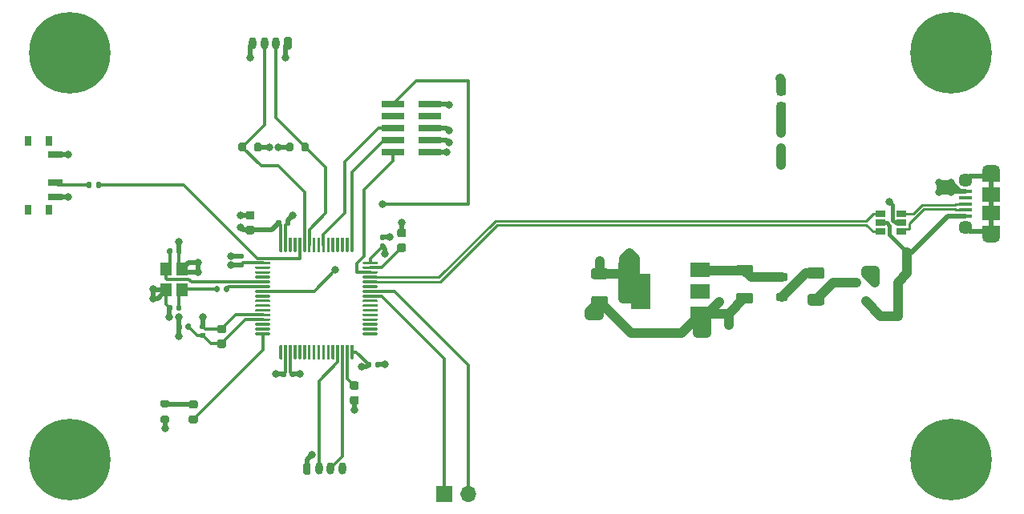
<source format=gbr>
%TF.GenerationSoftware,KiCad,Pcbnew,(5.1.8)-1*%
%TF.CreationDate,2021-03-29T14:59:59+03:00*%
%TF.ProjectId,STM32_PCB,53544d33-325f-4504-9342-2e6b69636164,rev?*%
%TF.SameCoordinates,Original*%
%TF.FileFunction,Copper,L1,Top*%
%TF.FilePolarity,Positive*%
%FSLAX46Y46*%
G04 Gerber Fmt 4.6, Leading zero omitted, Abs format (unit mm)*
G04 Created by KiCad (PCBNEW (5.1.8)-1) date 2021-03-29 14:59:59*
%MOMM*%
%LPD*%
G01*
G04 APERTURE LIST*
%TA.AperFunction,SMDPad,CuDef*%
%ADD10R,2.000000X1.500000*%
%TD*%
%TA.AperFunction,SMDPad,CuDef*%
%ADD11R,2.000000X3.800000*%
%TD*%
%TA.AperFunction,ComponentPad*%
%ADD12O,1.700000X1.700000*%
%TD*%
%TA.AperFunction,ComponentPad*%
%ADD13R,1.700000X1.700000*%
%TD*%
%TA.AperFunction,ComponentPad*%
%ADD14C,8.600000*%
%TD*%
%TA.AperFunction,ComponentPad*%
%ADD15C,0.900000*%
%TD*%
%TA.AperFunction,SMDPad,CuDef*%
%ADD16R,1.900000X1.500000*%
%TD*%
%TA.AperFunction,ComponentPad*%
%ADD17C,1.450000*%
%TD*%
%TA.AperFunction,SMDPad,CuDef*%
%ADD18R,1.350000X0.400000*%
%TD*%
%TA.AperFunction,ComponentPad*%
%ADD19O,1.900000X1.200000*%
%TD*%
%TA.AperFunction,SMDPad,CuDef*%
%ADD20R,1.900000X1.200000*%
%TD*%
%TA.AperFunction,ComponentPad*%
%ADD21O,0.800000X1.300000*%
%TD*%
%TA.AperFunction,SMDPad,CuDef*%
%ADD22R,2.400000X0.740000*%
%TD*%
%TA.AperFunction,SMDPad,CuDef*%
%ADD23R,0.800000X0.900000*%
%TD*%
%TA.AperFunction,SMDPad,CuDef*%
%ADD24R,1.500000X0.700000*%
%TD*%
%TA.AperFunction,SMDPad,CuDef*%
%ADD25R,0.800000X1.000000*%
%TD*%
%TA.AperFunction,SMDPad,CuDef*%
%ADD26R,1.060000X0.650000*%
%TD*%
%TA.AperFunction,SMDPad,CuDef*%
%ADD27R,1.200000X1.400000*%
%TD*%
%TA.AperFunction,ViaPad*%
%ADD28C,0.800000*%
%TD*%
%TA.AperFunction,Conductor*%
%ADD29C,0.300000*%
%TD*%
%TA.AperFunction,Conductor*%
%ADD30C,0.500000*%
%TD*%
%TA.AperFunction,Conductor*%
%ADD31C,1.000000*%
%TD*%
%TA.AperFunction,Conductor*%
%ADD32C,0.400000*%
%TD*%
%TA.AperFunction,Conductor*%
%ADD33C,0.261112*%
%TD*%
G04 APERTURE END LIST*
D10*
%TO.P,U3,1*%
%TO.N,GND*%
X138550000Y-103600000D03*
%TO.P,U3,3*%
%TO.N,Net-(C6-Pad1)*%
X138550000Y-99000000D03*
%TO.P,U3,2*%
%TO.N,+3V3*%
X138550000Y-101300000D03*
D11*
X132250000Y-101300000D03*
%TD*%
%TO.P,C4,2*%
%TO.N,+3V3*%
%TA.AperFunction,SMDPad,CuDef*%
G36*
G01*
X128550001Y-99950000D02*
X127249999Y-99950000D01*
G75*
G02*
X127000000Y-99700001I0J249999D01*
G01*
X127000000Y-99049999D01*
G75*
G02*
X127249999Y-98800000I249999J0D01*
G01*
X128550001Y-98800000D01*
G75*
G02*
X128800000Y-99049999I0J-249999D01*
G01*
X128800000Y-99700001D01*
G75*
G02*
X128550001Y-99950000I-249999J0D01*
G01*
G37*
%TD.AperFunction*%
%TO.P,C4,1*%
%TO.N,GND*%
%TA.AperFunction,SMDPad,CuDef*%
G36*
G01*
X128550001Y-102900000D02*
X127249999Y-102900000D01*
G75*
G02*
X127000000Y-102650001I0J249999D01*
G01*
X127000000Y-101999999D01*
G75*
G02*
X127249999Y-101750000I249999J0D01*
G01*
X128550001Y-101750000D01*
G75*
G02*
X128800000Y-101999999I0J-249999D01*
G01*
X128800000Y-102650001D01*
G75*
G02*
X128550001Y-102900000I-249999J0D01*
G01*
G37*
%TD.AperFunction*%
%TD*%
%TO.P,R11,2*%
%TO.N,GND*%
%TA.AperFunction,SMDPad,CuDef*%
G36*
G01*
X146775000Y-85725000D02*
X147325000Y-85725000D01*
G75*
G02*
X147525000Y-85925000I0J-200000D01*
G01*
X147525000Y-86325000D01*
G75*
G02*
X147325000Y-86525000I-200000J0D01*
G01*
X146775000Y-86525000D01*
G75*
G02*
X146575000Y-86325000I0J200000D01*
G01*
X146575000Y-85925000D01*
G75*
G02*
X146775000Y-85725000I200000J0D01*
G01*
G37*
%TD.AperFunction*%
%TO.P,R11,1*%
%TO.N,Net-(D4-Pad1)*%
%TA.AperFunction,SMDPad,CuDef*%
G36*
G01*
X146775000Y-84075000D02*
X147325000Y-84075000D01*
G75*
G02*
X147525000Y-84275000I0J-200000D01*
G01*
X147525000Y-84675000D01*
G75*
G02*
X147325000Y-84875000I-200000J0D01*
G01*
X146775000Y-84875000D01*
G75*
G02*
X146575000Y-84675000I0J200000D01*
G01*
X146575000Y-84275000D01*
G75*
G02*
X146775000Y-84075000I200000J0D01*
G01*
G37*
%TD.AperFunction*%
%TD*%
%TO.P,FB1,2*%
%TO.N,Net-(F1-Pad1)*%
%TA.AperFunction,SMDPad,CuDef*%
G36*
G01*
X146768750Y-101425000D02*
X147531250Y-101425000D01*
G75*
G02*
X147750000Y-101643750I0J-218750D01*
G01*
X147750000Y-102081250D01*
G75*
G02*
X147531250Y-102300000I-218750J0D01*
G01*
X146768750Y-102300000D01*
G75*
G02*
X146550000Y-102081250I0J218750D01*
G01*
X146550000Y-101643750D01*
G75*
G02*
X146768750Y-101425000I218750J0D01*
G01*
G37*
%TD.AperFunction*%
%TO.P,FB1,1*%
%TO.N,Net-(C6-Pad1)*%
%TA.AperFunction,SMDPad,CuDef*%
G36*
G01*
X146768750Y-99300000D02*
X147531250Y-99300000D01*
G75*
G02*
X147750000Y-99518750I0J-218750D01*
G01*
X147750000Y-99956250D01*
G75*
G02*
X147531250Y-100175000I-218750J0D01*
G01*
X146768750Y-100175000D01*
G75*
G02*
X146550000Y-99956250I0J218750D01*
G01*
X146550000Y-99518750D01*
G75*
G02*
X146768750Y-99300000I218750J0D01*
G01*
G37*
%TD.AperFunction*%
%TD*%
%TO.P,F1,2*%
%TO.N,Net-(F1-Pad2)*%
%TA.AperFunction,SMDPad,CuDef*%
G36*
G01*
X150125000Y-101495000D02*
X151375000Y-101495000D01*
G75*
G02*
X151625000Y-101745000I0J-250000D01*
G01*
X151625000Y-102495000D01*
G75*
G02*
X151375000Y-102745000I-250000J0D01*
G01*
X150125000Y-102745000D01*
G75*
G02*
X149875000Y-102495000I0J250000D01*
G01*
X149875000Y-101745000D01*
G75*
G02*
X150125000Y-101495000I250000J0D01*
G01*
G37*
%TD.AperFunction*%
%TO.P,F1,1*%
%TO.N,Net-(F1-Pad1)*%
%TA.AperFunction,SMDPad,CuDef*%
G36*
G01*
X150125000Y-98695000D02*
X151375000Y-98695000D01*
G75*
G02*
X151625000Y-98945000I0J-250000D01*
G01*
X151625000Y-99695000D01*
G75*
G02*
X151375000Y-99945000I-250000J0D01*
G01*
X150125000Y-99945000D01*
G75*
G02*
X149875000Y-99695000I0J250000D01*
G01*
X149875000Y-98945000D01*
G75*
G02*
X150125000Y-98695000I250000J0D01*
G01*
G37*
%TD.AperFunction*%
%TD*%
%TO.P,D4,2*%
%TO.N,+3V3*%
%TA.AperFunction,SMDPad,CuDef*%
G36*
G01*
X147346250Y-80550000D02*
X146833750Y-80550000D01*
G75*
G02*
X146615000Y-80331250I0J218750D01*
G01*
X146615000Y-79893750D01*
G75*
G02*
X146833750Y-79675000I218750J0D01*
G01*
X147346250Y-79675000D01*
G75*
G02*
X147565000Y-79893750I0J-218750D01*
G01*
X147565000Y-80331250D01*
G75*
G02*
X147346250Y-80550000I-218750J0D01*
G01*
G37*
%TD.AperFunction*%
%TO.P,D4,1*%
%TO.N,Net-(D4-Pad1)*%
%TA.AperFunction,SMDPad,CuDef*%
G36*
G01*
X147346250Y-82125000D02*
X146833750Y-82125000D01*
G75*
G02*
X146615000Y-81906250I0J218750D01*
G01*
X146615000Y-81468750D01*
G75*
G02*
X146833750Y-81250000I218750J0D01*
G01*
X147346250Y-81250000D01*
G75*
G02*
X147565000Y-81468750I0J-218750D01*
G01*
X147565000Y-81906250D01*
G75*
G02*
X147346250Y-82125000I-218750J0D01*
G01*
G37*
%TD.AperFunction*%
%TD*%
%TO.P,C6,2*%
%TO.N,GND*%
%TA.AperFunction,SMDPad,CuDef*%
G36*
G01*
X142549999Y-101400000D02*
X143850001Y-101400000D01*
G75*
G02*
X144100000Y-101649999I0J-249999D01*
G01*
X144100000Y-102300001D01*
G75*
G02*
X143850001Y-102550000I-249999J0D01*
G01*
X142549999Y-102550000D01*
G75*
G02*
X142300000Y-102300001I0J249999D01*
G01*
X142300000Y-101649999D01*
G75*
G02*
X142549999Y-101400000I249999J0D01*
G01*
G37*
%TD.AperFunction*%
%TO.P,C6,1*%
%TO.N,Net-(C6-Pad1)*%
%TA.AperFunction,SMDPad,CuDef*%
G36*
G01*
X142549999Y-98450000D02*
X143850001Y-98450000D01*
G75*
G02*
X144100000Y-98699999I0J-249999D01*
G01*
X144100000Y-99350001D01*
G75*
G02*
X143850001Y-99600000I-249999J0D01*
G01*
X142549999Y-99600000D01*
G75*
G02*
X142300000Y-99350001I0J249999D01*
G01*
X142300000Y-98699999D01*
G75*
G02*
X142549999Y-98450000I249999J0D01*
G01*
G37*
%TD.AperFunction*%
%TD*%
D12*
%TO.P,J6,2*%
%TO.N,GPIO_0*%
X114040000Y-122650000D03*
D13*
%TO.P,J6,1*%
%TO.N,TIM1_CH1*%
X111500000Y-122650000D03*
%TD*%
%TO.P,C1,1*%
%TO.N,+3V3*%
%TA.AperFunction,SMDPad,CuDef*%
G36*
G01*
X91250000Y-95225000D02*
X90750000Y-95225000D01*
G75*
G02*
X90525000Y-95000000I0J225000D01*
G01*
X90525000Y-94550000D01*
G75*
G02*
X90750000Y-94325000I225000J0D01*
G01*
X91250000Y-94325000D01*
G75*
G02*
X91475000Y-94550000I0J-225000D01*
G01*
X91475000Y-95000000D01*
G75*
G02*
X91250000Y-95225000I-225000J0D01*
G01*
G37*
%TD.AperFunction*%
%TO.P,C1,2*%
%TO.N,GND*%
%TA.AperFunction,SMDPad,CuDef*%
G36*
G01*
X91250000Y-93675000D02*
X90750000Y-93675000D01*
G75*
G02*
X90525000Y-93450000I0J225000D01*
G01*
X90525000Y-93000000D01*
G75*
G02*
X90750000Y-92775000I225000J0D01*
G01*
X91250000Y-92775000D01*
G75*
G02*
X91475000Y-93000000I0J-225000D01*
G01*
X91475000Y-93450000D01*
G75*
G02*
X91250000Y-93675000I-225000J0D01*
G01*
G37*
%TD.AperFunction*%
%TD*%
%TO.P,C2,2*%
%TO.N,GND*%
%TA.AperFunction,SMDPad,CuDef*%
G36*
G01*
X101750000Y-112325000D02*
X102250000Y-112325000D01*
G75*
G02*
X102475000Y-112550000I0J-225000D01*
G01*
X102475000Y-113000000D01*
G75*
G02*
X102250000Y-113225000I-225000J0D01*
G01*
X101750000Y-113225000D01*
G75*
G02*
X101525000Y-113000000I0J225000D01*
G01*
X101525000Y-112550000D01*
G75*
G02*
X101750000Y-112325000I225000J0D01*
G01*
G37*
%TD.AperFunction*%
%TO.P,C2,1*%
%TO.N,Net-(C2-Pad1)*%
%TA.AperFunction,SMDPad,CuDef*%
G36*
G01*
X101750000Y-110775000D02*
X102250000Y-110775000D01*
G75*
G02*
X102475000Y-111000000I0J-225000D01*
G01*
X102475000Y-111450000D01*
G75*
G02*
X102250000Y-111675000I-225000J0D01*
G01*
X101750000Y-111675000D01*
G75*
G02*
X101525000Y-111450000I0J225000D01*
G01*
X101525000Y-111000000D01*
G75*
G02*
X101750000Y-110775000I225000J0D01*
G01*
G37*
%TD.AperFunction*%
%TD*%
%TO.P,C3,2*%
%TO.N,GND*%
%TA.AperFunction,SMDPad,CuDef*%
G36*
G01*
X90170000Y-97800000D02*
X89830000Y-97800000D01*
G75*
G02*
X89690000Y-97660000I0J140000D01*
G01*
X89690000Y-97380000D01*
G75*
G02*
X89830000Y-97240000I140000J0D01*
G01*
X90170000Y-97240000D01*
G75*
G02*
X90310000Y-97380000I0J-140000D01*
G01*
X90310000Y-97660000D01*
G75*
G02*
X90170000Y-97800000I-140000J0D01*
G01*
G37*
%TD.AperFunction*%
%TO.P,C3,1*%
%TO.N,+3V3*%
%TA.AperFunction,SMDPad,CuDef*%
G36*
G01*
X90170000Y-98760000D02*
X89830000Y-98760000D01*
G75*
G02*
X89690000Y-98620000I0J140000D01*
G01*
X89690000Y-98340000D01*
G75*
G02*
X89830000Y-98200000I140000J0D01*
G01*
X90170000Y-98200000D01*
G75*
G02*
X90310000Y-98340000I0J-140000D01*
G01*
X90310000Y-98620000D01*
G75*
G02*
X90170000Y-98760000I-140000J0D01*
G01*
G37*
%TD.AperFunction*%
%TD*%
%TO.P,C5,1*%
%TO.N,Net-(C5-Pad1)*%
%TA.AperFunction,SMDPad,CuDef*%
G36*
G01*
X107250000Y-97085000D02*
X106750000Y-97085000D01*
G75*
G02*
X106525000Y-96860000I0J225000D01*
G01*
X106525000Y-96410000D01*
G75*
G02*
X106750000Y-96185000I225000J0D01*
G01*
X107250000Y-96185000D01*
G75*
G02*
X107475000Y-96410000I0J-225000D01*
G01*
X107475000Y-96860000D01*
G75*
G02*
X107250000Y-97085000I-225000J0D01*
G01*
G37*
%TD.AperFunction*%
%TO.P,C5,2*%
%TO.N,GND*%
%TA.AperFunction,SMDPad,CuDef*%
G36*
G01*
X107250000Y-95535000D02*
X106750000Y-95535000D01*
G75*
G02*
X106525000Y-95310000I0J225000D01*
G01*
X106525000Y-94860000D01*
G75*
G02*
X106750000Y-94635000I225000J0D01*
G01*
X107250000Y-94635000D01*
G75*
G02*
X107475000Y-94860000I0J-225000D01*
G01*
X107475000Y-95310000D01*
G75*
G02*
X107250000Y-95535000I-225000J0D01*
G01*
G37*
%TD.AperFunction*%
%TD*%
%TO.P,C7,1*%
%TO.N,+3V3*%
%TA.AperFunction,SMDPad,CuDef*%
G36*
G01*
X95760000Y-109830000D02*
X95760000Y-110170000D01*
G75*
G02*
X95620000Y-110310000I-140000J0D01*
G01*
X95340000Y-110310000D01*
G75*
G02*
X95200000Y-110170000I0J140000D01*
G01*
X95200000Y-109830000D01*
G75*
G02*
X95340000Y-109690000I140000J0D01*
G01*
X95620000Y-109690000D01*
G75*
G02*
X95760000Y-109830000I0J-140000D01*
G01*
G37*
%TD.AperFunction*%
%TO.P,C7,2*%
%TO.N,GND*%
%TA.AperFunction,SMDPad,CuDef*%
G36*
G01*
X94800000Y-109830000D02*
X94800000Y-110170000D01*
G75*
G02*
X94660000Y-110310000I-140000J0D01*
G01*
X94380000Y-110310000D01*
G75*
G02*
X94240000Y-110170000I0J140000D01*
G01*
X94240000Y-109830000D01*
G75*
G02*
X94380000Y-109690000I140000J0D01*
G01*
X94660000Y-109690000D01*
G75*
G02*
X94800000Y-109830000I0J-140000D01*
G01*
G37*
%TD.AperFunction*%
%TD*%
%TO.P,C9,2*%
%TO.N,GND*%
%TA.AperFunction,SMDPad,CuDef*%
G36*
G01*
X105170000Y-95800000D02*
X104830000Y-95800000D01*
G75*
G02*
X104690000Y-95660000I0J140000D01*
G01*
X104690000Y-95380000D01*
G75*
G02*
X104830000Y-95240000I140000J0D01*
G01*
X105170000Y-95240000D01*
G75*
G02*
X105310000Y-95380000I0J-140000D01*
G01*
X105310000Y-95660000D01*
G75*
G02*
X105170000Y-95800000I-140000J0D01*
G01*
G37*
%TD.AperFunction*%
%TO.P,C9,1*%
%TO.N,+3V3*%
%TA.AperFunction,SMDPad,CuDef*%
G36*
G01*
X105170000Y-96760000D02*
X104830000Y-96760000D01*
G75*
G02*
X104690000Y-96620000I0J140000D01*
G01*
X104690000Y-96340000D01*
G75*
G02*
X104830000Y-96200000I140000J0D01*
G01*
X105170000Y-96200000D01*
G75*
G02*
X105310000Y-96340000I0J-140000D01*
G01*
X105310000Y-96620000D01*
G75*
G02*
X105170000Y-96760000I-140000J0D01*
G01*
G37*
%TD.AperFunction*%
%TD*%
%TO.P,C10,1*%
%TO.N,+3V3*%
%TA.AperFunction,SMDPad,CuDef*%
G36*
G01*
X93760000Y-94170000D02*
X93760000Y-93830000D01*
G75*
G02*
X93900000Y-93690000I140000J0D01*
G01*
X94180000Y-93690000D01*
G75*
G02*
X94320000Y-93830000I0J-140000D01*
G01*
X94320000Y-94170000D01*
G75*
G02*
X94180000Y-94310000I-140000J0D01*
G01*
X93900000Y-94310000D01*
G75*
G02*
X93760000Y-94170000I0J140000D01*
G01*
G37*
%TD.AperFunction*%
%TO.P,C10,2*%
%TO.N,GND*%
%TA.AperFunction,SMDPad,CuDef*%
G36*
G01*
X94720000Y-94170000D02*
X94720000Y-93830000D01*
G75*
G02*
X94860000Y-93690000I140000J0D01*
G01*
X95140000Y-93690000D01*
G75*
G02*
X95280000Y-93830000I0J-140000D01*
G01*
X95280000Y-94170000D01*
G75*
G02*
X95140000Y-94310000I-140000J0D01*
G01*
X94860000Y-94310000D01*
G75*
G02*
X94720000Y-94170000I0J140000D01*
G01*
G37*
%TD.AperFunction*%
%TD*%
%TO.P,C11,2*%
%TO.N,GND*%
%TA.AperFunction,SMDPad,CuDef*%
G36*
G01*
X104200000Y-109170000D02*
X104200000Y-108830000D01*
G75*
G02*
X104340000Y-108690000I140000J0D01*
G01*
X104620000Y-108690000D01*
G75*
G02*
X104760000Y-108830000I0J-140000D01*
G01*
X104760000Y-109170000D01*
G75*
G02*
X104620000Y-109310000I-140000J0D01*
G01*
X104340000Y-109310000D01*
G75*
G02*
X104200000Y-109170000I0J140000D01*
G01*
G37*
%TD.AperFunction*%
%TO.P,C11,1*%
%TO.N,+3V3*%
%TA.AperFunction,SMDPad,CuDef*%
G36*
G01*
X103240000Y-109170000D02*
X103240000Y-108830000D01*
G75*
G02*
X103380000Y-108690000I140000J0D01*
G01*
X103660000Y-108690000D01*
G75*
G02*
X103800000Y-108830000I0J-140000D01*
G01*
X103800000Y-109170000D01*
G75*
G02*
X103660000Y-109310000I-140000J0D01*
G01*
X103380000Y-109310000D01*
G75*
G02*
X103240000Y-109170000I0J140000D01*
G01*
G37*
%TD.AperFunction*%
%TD*%
%TO.P,C12,1*%
%TO.N,HSE_IN*%
%TA.AperFunction,SMDPad,CuDef*%
G36*
G01*
X82240000Y-97170000D02*
X82240000Y-96830000D01*
G75*
G02*
X82380000Y-96690000I140000J0D01*
G01*
X82660000Y-96690000D01*
G75*
G02*
X82800000Y-96830000I0J-140000D01*
G01*
X82800000Y-97170000D01*
G75*
G02*
X82660000Y-97310000I-140000J0D01*
G01*
X82380000Y-97310000D01*
G75*
G02*
X82240000Y-97170000I0J140000D01*
G01*
G37*
%TD.AperFunction*%
%TO.P,C12,2*%
%TO.N,GND*%
%TA.AperFunction,SMDPad,CuDef*%
G36*
G01*
X83200000Y-97170000D02*
X83200000Y-96830000D01*
G75*
G02*
X83340000Y-96690000I140000J0D01*
G01*
X83620000Y-96690000D01*
G75*
G02*
X83760000Y-96830000I0J-140000D01*
G01*
X83760000Y-97170000D01*
G75*
G02*
X83620000Y-97310000I-140000J0D01*
G01*
X83340000Y-97310000D01*
G75*
G02*
X83200000Y-97170000I0J140000D01*
G01*
G37*
%TD.AperFunction*%
%TD*%
%TO.P,C13,1*%
%TO.N,+3.3VA*%
%TA.AperFunction,SMDPad,CuDef*%
G36*
G01*
X86170000Y-106200000D02*
X85830000Y-106200000D01*
G75*
G02*
X85690000Y-106060000I0J140000D01*
G01*
X85690000Y-105780000D01*
G75*
G02*
X85830000Y-105640000I140000J0D01*
G01*
X86170000Y-105640000D01*
G75*
G02*
X86310000Y-105780000I0J-140000D01*
G01*
X86310000Y-106060000D01*
G75*
G02*
X86170000Y-106200000I-140000J0D01*
G01*
G37*
%TD.AperFunction*%
%TO.P,C13,2*%
%TO.N,GND*%
%TA.AperFunction,SMDPad,CuDef*%
G36*
G01*
X86170000Y-105240000D02*
X85830000Y-105240000D01*
G75*
G02*
X85690000Y-105100000I0J140000D01*
G01*
X85690000Y-104820000D01*
G75*
G02*
X85830000Y-104680000I140000J0D01*
G01*
X86170000Y-104680000D01*
G75*
G02*
X86310000Y-104820000I0J-140000D01*
G01*
X86310000Y-105100000D01*
G75*
G02*
X86170000Y-105240000I-140000J0D01*
G01*
G37*
%TD.AperFunction*%
%TD*%
%TO.P,C14,2*%
%TO.N,GND*%
%TA.AperFunction,SMDPad,CuDef*%
G36*
G01*
X82800000Y-102830000D02*
X82800000Y-103170000D01*
G75*
G02*
X82660000Y-103310000I-140000J0D01*
G01*
X82380000Y-103310000D01*
G75*
G02*
X82240000Y-103170000I0J140000D01*
G01*
X82240000Y-102830000D01*
G75*
G02*
X82380000Y-102690000I140000J0D01*
G01*
X82660000Y-102690000D01*
G75*
G02*
X82800000Y-102830000I0J-140000D01*
G01*
G37*
%TD.AperFunction*%
%TO.P,C14,1*%
%TO.N,Net-(C14-Pad1)*%
%TA.AperFunction,SMDPad,CuDef*%
G36*
G01*
X83760000Y-102830000D02*
X83760000Y-103170000D01*
G75*
G02*
X83620000Y-103310000I-140000J0D01*
G01*
X83340000Y-103310000D01*
G75*
G02*
X83200000Y-103170000I0J140000D01*
G01*
X83200000Y-102830000D01*
G75*
G02*
X83340000Y-102690000I140000J0D01*
G01*
X83620000Y-102690000D01*
G75*
G02*
X83760000Y-102830000I0J-140000D01*
G01*
G37*
%TD.AperFunction*%
%TD*%
%TO.P,C15,2*%
%TO.N,GND*%
%TA.AperFunction,SMDPad,CuDef*%
G36*
G01*
X88250000Y-105685000D02*
X87750000Y-105685000D01*
G75*
G02*
X87525000Y-105460000I0J225000D01*
G01*
X87525000Y-105010000D01*
G75*
G02*
X87750000Y-104785000I225000J0D01*
G01*
X88250000Y-104785000D01*
G75*
G02*
X88475000Y-105010000I0J-225000D01*
G01*
X88475000Y-105460000D01*
G75*
G02*
X88250000Y-105685000I-225000J0D01*
G01*
G37*
%TD.AperFunction*%
%TO.P,C15,1*%
%TO.N,+3.3VA*%
%TA.AperFunction,SMDPad,CuDef*%
G36*
G01*
X88250000Y-107235000D02*
X87750000Y-107235000D01*
G75*
G02*
X87525000Y-107010000I0J225000D01*
G01*
X87525000Y-106560000D01*
G75*
G02*
X87750000Y-106335000I225000J0D01*
G01*
X88250000Y-106335000D01*
G75*
G02*
X88475000Y-106560000I0J-225000D01*
G01*
X88475000Y-107010000D01*
G75*
G02*
X88250000Y-107235000I-225000J0D01*
G01*
G37*
%TD.AperFunction*%
%TD*%
%TO.P,D1,1*%
%TO.N,Net-(D1-Pad1)*%
%TA.AperFunction,SMDPad,CuDef*%
G36*
G01*
X84743750Y-112775000D02*
X85256250Y-112775000D01*
G75*
G02*
X85475000Y-112993750I0J-218750D01*
G01*
X85475000Y-113431250D01*
G75*
G02*
X85256250Y-113650000I-218750J0D01*
G01*
X84743750Y-113650000D01*
G75*
G02*
X84525000Y-113431250I0J218750D01*
G01*
X84525000Y-112993750D01*
G75*
G02*
X84743750Y-112775000I218750J0D01*
G01*
G37*
%TD.AperFunction*%
%TO.P,D1,2*%
%TO.N,LED_STATUS*%
%TA.AperFunction,SMDPad,CuDef*%
G36*
G01*
X84743750Y-114350000D02*
X85256250Y-114350000D01*
G75*
G02*
X85475000Y-114568750I0J-218750D01*
G01*
X85475000Y-115006250D01*
G75*
G02*
X85256250Y-115225000I-218750J0D01*
G01*
X84743750Y-115225000D01*
G75*
G02*
X84525000Y-115006250I0J218750D01*
G01*
X84525000Y-114568750D01*
G75*
G02*
X84743750Y-114350000I218750J0D01*
G01*
G37*
%TD.AperFunction*%
%TD*%
D14*
%TO.P,H1,1*%
%TO.N,GND*%
X72000000Y-119000000D03*
D15*
X75225000Y-119000000D03*
X74280419Y-121280419D03*
X72000000Y-122225000D03*
X69719581Y-121280419D03*
X68775000Y-119000000D03*
X69719581Y-116719581D03*
X72000000Y-115775000D03*
X74280419Y-116719581D03*
%TD*%
%TO.P,H2,1*%
%TO.N,GND*%
X167280419Y-116719581D03*
X165000000Y-115775000D03*
X162719581Y-116719581D03*
X161775000Y-119000000D03*
X162719581Y-121280419D03*
X165000000Y-122225000D03*
X167280419Y-121280419D03*
X168225000Y-119000000D03*
D14*
X165000000Y-119000000D03*
%TD*%
D15*
%TO.P,H3,1*%
%TO.N,GND*%
X74280419Y-73719581D03*
X72000000Y-72775000D03*
X69719581Y-73719581D03*
X68775000Y-76000000D03*
X69719581Y-78280419D03*
X72000000Y-79225000D03*
X74280419Y-78280419D03*
X75225000Y-76000000D03*
D14*
X72000000Y-76000000D03*
%TD*%
%TO.P,H4,1*%
%TO.N,GND*%
X165000000Y-76000000D03*
D15*
X168225000Y-76000000D03*
X167280419Y-78280419D03*
X165000000Y-79225000D03*
X162719581Y-78280419D03*
X161775000Y-76000000D03*
X162719581Y-73719581D03*
X165000000Y-72775000D03*
X167280419Y-73719581D03*
%TD*%
D16*
%TO.P,J2,6*%
%TO.N,Net-(J2-Pad6)*%
X169237500Y-91000000D03*
D17*
X166537500Y-94500000D03*
D18*
%TO.P,J2,2*%
%TO.N,USB_CONN_D-*%
X166537500Y-92650000D03*
%TO.P,J2,1*%
%TO.N,+5V*%
X166537500Y-93300000D03*
%TO.P,J2,5*%
%TO.N,GND*%
X166537500Y-90700000D03*
%TO.P,J2,4*%
%TO.N,Net-(J2-Pad4)*%
X166537500Y-91350000D03*
%TO.P,J2,3*%
%TO.N,USB_CONN_D+*%
X166537500Y-92000000D03*
D17*
%TO.P,J2,6*%
%TO.N,Net-(J2-Pad6)*%
X166537500Y-89500000D03*
D16*
X169237500Y-93000000D03*
D19*
X169237500Y-95500000D03*
X169237500Y-88500000D03*
D20*
X169237500Y-89100000D03*
X169237500Y-94900000D03*
%TD*%
%TO.P,J3,1*%
%TO.N,+3V3*%
%TA.AperFunction,ComponentPad*%
G36*
G01*
X95400000Y-74550000D02*
X95400000Y-75450000D01*
G75*
G02*
X95200000Y-75650000I-200000J0D01*
G01*
X94800000Y-75650000D01*
G75*
G02*
X94600000Y-75450000I0J200000D01*
G01*
X94600000Y-74550000D01*
G75*
G02*
X94800000Y-74350000I200000J0D01*
G01*
X95200000Y-74350000D01*
G75*
G02*
X95400000Y-74550000I0J-200000D01*
G01*
G37*
%TD.AperFunction*%
D21*
%TO.P,J3,2*%
%TO.N,I2C1_SCL*%
X93750000Y-75000000D03*
%TO.P,J3,3*%
%TO.N,I2C_SDA*%
X92500000Y-75000000D03*
%TO.P,J3,4*%
%TO.N,GND*%
X91250000Y-75000000D03*
%TD*%
D22*
%TO.P,J4,1*%
%TO.N,+3V3*%
X109950000Y-86540000D03*
%TO.P,J4,2*%
%TO.N,SWDIO*%
X106050000Y-86540000D03*
%TO.P,J4,3*%
%TO.N,GND*%
X109950000Y-85270000D03*
%TO.P,J4,4*%
%TO.N,SWCLK*%
X106050000Y-85270000D03*
%TO.P,J4,5*%
%TO.N,GND*%
X109950000Y-84000000D03*
%TO.P,J4,6*%
%TO.N,SWO*%
X106050000Y-84000000D03*
%TO.P,J4,7*%
%TO.N,Net-(J4-Pad7)*%
X109950000Y-82730000D03*
%TO.P,J4,8*%
%TO.N,Net-(J4-Pad8)*%
X106050000Y-82730000D03*
%TO.P,J4,9*%
%TO.N,GND*%
X109950000Y-81460000D03*
%TO.P,J4,10*%
%TO.N,NRST*%
X106050000Y-81460000D03*
%TD*%
D21*
%TO.P,J5,4*%
%TO.N,GND*%
X100750000Y-120000000D03*
%TO.P,J5,3*%
%TO.N,USART3_RX*%
X99500000Y-120000000D03*
%TO.P,J5,2*%
%TO.N,USART3_TX*%
X98250000Y-120000000D03*
%TO.P,J5,1*%
%TO.N,+3V3*%
%TA.AperFunction,ComponentPad*%
G36*
G01*
X96600000Y-120450000D02*
X96600000Y-119550000D01*
G75*
G02*
X96800000Y-119350000I200000J0D01*
G01*
X97200000Y-119350000D01*
G75*
G02*
X97400000Y-119550000I0J-200000D01*
G01*
X97400000Y-120450000D01*
G75*
G02*
X97200000Y-120650000I-200000J0D01*
G01*
X96800000Y-120650000D01*
G75*
G02*
X96600000Y-120450000I0J200000D01*
G01*
G37*
%TD.AperFunction*%
%TD*%
%TO.P,L1,1*%
%TO.N,+3.3VA*%
%TA.AperFunction,SMDPad,CuDef*%
G36*
G01*
X84780000Y-104827500D02*
X84780000Y-105172500D01*
G75*
G02*
X84632500Y-105320000I-147500J0D01*
G01*
X84337500Y-105320000D01*
G75*
G02*
X84190000Y-105172500I0J147500D01*
G01*
X84190000Y-104827500D01*
G75*
G02*
X84337500Y-104680000I147500J0D01*
G01*
X84632500Y-104680000D01*
G75*
G02*
X84780000Y-104827500I0J-147500D01*
G01*
G37*
%TD.AperFunction*%
%TO.P,L1,2*%
%TO.N,+3V3*%
%TA.AperFunction,SMDPad,CuDef*%
G36*
G01*
X83810000Y-104827500D02*
X83810000Y-105172500D01*
G75*
G02*
X83662500Y-105320000I-147500J0D01*
G01*
X83367500Y-105320000D01*
G75*
G02*
X83220000Y-105172500I0J147500D01*
G01*
X83220000Y-104827500D01*
G75*
G02*
X83367500Y-104680000I147500J0D01*
G01*
X83662500Y-104680000D01*
G75*
G02*
X83810000Y-104827500I0J-147500D01*
G01*
G37*
%TD.AperFunction*%
%TD*%
D23*
%TO.P,Q1,1*%
%TO.N,GND*%
X156950000Y-100300000D03*
%TO.P,Q1,2*%
%TO.N,Net-(F1-Pad2)*%
X155050000Y-100300000D03*
%TO.P,Q1,3*%
%TO.N,+5V*%
X156000000Y-102300000D03*
%TD*%
%TO.P,R1,1*%
%TO.N,GND*%
%TA.AperFunction,SMDPad,CuDef*%
G36*
G01*
X82275000Y-115185000D02*
X81725000Y-115185000D01*
G75*
G02*
X81525000Y-114985000I0J200000D01*
G01*
X81525000Y-114585000D01*
G75*
G02*
X81725000Y-114385000I200000J0D01*
G01*
X82275000Y-114385000D01*
G75*
G02*
X82475000Y-114585000I0J-200000D01*
G01*
X82475000Y-114985000D01*
G75*
G02*
X82275000Y-115185000I-200000J0D01*
G01*
G37*
%TD.AperFunction*%
%TO.P,R1,2*%
%TO.N,Net-(D1-Pad1)*%
%TA.AperFunction,SMDPad,CuDef*%
G36*
G01*
X82275000Y-113535000D02*
X81725000Y-113535000D01*
G75*
G02*
X81525000Y-113335000I0J200000D01*
G01*
X81525000Y-112935000D01*
G75*
G02*
X81725000Y-112735000I200000J0D01*
G01*
X82275000Y-112735000D01*
G75*
G02*
X82475000Y-112935000I0J-200000D01*
G01*
X82475000Y-113335000D01*
G75*
G02*
X82275000Y-113535000I-200000J0D01*
G01*
G37*
%TD.AperFunction*%
%TD*%
%TO.P,R2,2*%
%TO.N,+3V3*%
%TA.AperFunction,SMDPad,CuDef*%
G36*
G01*
X95575000Y-85725000D02*
X95575000Y-86275000D01*
G75*
G02*
X95375000Y-86475000I-200000J0D01*
G01*
X94975000Y-86475000D01*
G75*
G02*
X94775000Y-86275000I0J200000D01*
G01*
X94775000Y-85725000D01*
G75*
G02*
X94975000Y-85525000I200000J0D01*
G01*
X95375000Y-85525000D01*
G75*
G02*
X95575000Y-85725000I0J-200000D01*
G01*
G37*
%TD.AperFunction*%
%TO.P,R2,1*%
%TO.N,I2C1_SCL*%
%TA.AperFunction,SMDPad,CuDef*%
G36*
G01*
X97225000Y-85725000D02*
X97225000Y-86275000D01*
G75*
G02*
X97025000Y-86475000I-200000J0D01*
G01*
X96625000Y-86475000D01*
G75*
G02*
X96425000Y-86275000I0J200000D01*
G01*
X96425000Y-85725000D01*
G75*
G02*
X96625000Y-85525000I200000J0D01*
G01*
X97025000Y-85525000D01*
G75*
G02*
X97225000Y-85725000I0J-200000D01*
G01*
G37*
%TD.AperFunction*%
%TD*%
%TO.P,R3,1*%
%TO.N,I2C_SDA*%
%TA.AperFunction,SMDPad,CuDef*%
G36*
G01*
X89775000Y-86275000D02*
X89775000Y-85725000D01*
G75*
G02*
X89975000Y-85525000I200000J0D01*
G01*
X90375000Y-85525000D01*
G75*
G02*
X90575000Y-85725000I0J-200000D01*
G01*
X90575000Y-86275000D01*
G75*
G02*
X90375000Y-86475000I-200000J0D01*
G01*
X89975000Y-86475000D01*
G75*
G02*
X89775000Y-86275000I0J200000D01*
G01*
G37*
%TD.AperFunction*%
%TO.P,R3,2*%
%TO.N,+3V3*%
%TA.AperFunction,SMDPad,CuDef*%
G36*
G01*
X91425000Y-86275000D02*
X91425000Y-85725000D01*
G75*
G02*
X91625000Y-85525000I200000J0D01*
G01*
X92025000Y-85525000D01*
G75*
G02*
X92225000Y-85725000I0J-200000D01*
G01*
X92225000Y-86275000D01*
G75*
G02*
X92025000Y-86475000I-200000J0D01*
G01*
X91625000Y-86475000D01*
G75*
G02*
X91425000Y-86275000I0J200000D01*
G01*
G37*
%TD.AperFunction*%
%TD*%
%TO.P,R4,1*%
%TO.N,Net-(R4-Pad1)*%
%TA.AperFunction,SMDPad,CuDef*%
G36*
G01*
X73730000Y-90185000D02*
X73730000Y-89815000D01*
G75*
G02*
X73865000Y-89680000I135000J0D01*
G01*
X74135000Y-89680000D01*
G75*
G02*
X74270000Y-89815000I0J-135000D01*
G01*
X74270000Y-90185000D01*
G75*
G02*
X74135000Y-90320000I-135000J0D01*
G01*
X73865000Y-90320000D01*
G75*
G02*
X73730000Y-90185000I0J135000D01*
G01*
G37*
%TD.AperFunction*%
%TO.P,R4,2*%
%TO.N,BOOT0*%
%TA.AperFunction,SMDPad,CuDef*%
G36*
G01*
X74750000Y-90185000D02*
X74750000Y-89815000D01*
G75*
G02*
X74885000Y-89680000I135000J0D01*
G01*
X75155000Y-89680000D01*
G75*
G02*
X75290000Y-89815000I0J-135000D01*
G01*
X75290000Y-90185000D01*
G75*
G02*
X75155000Y-90320000I-135000J0D01*
G01*
X74885000Y-90320000D01*
G75*
G02*
X74750000Y-90185000I0J135000D01*
G01*
G37*
%TD.AperFunction*%
%TD*%
%TO.P,R5,2*%
%TO.N,Net-(C14-Pad1)*%
%TA.AperFunction,SMDPad,CuDef*%
G36*
G01*
X87760000Y-100815000D02*
X87760000Y-101185000D01*
G75*
G02*
X87625000Y-101320000I-135000J0D01*
G01*
X87355000Y-101320000D01*
G75*
G02*
X87220000Y-101185000I0J135000D01*
G01*
X87220000Y-100815000D01*
G75*
G02*
X87355000Y-100680000I135000J0D01*
G01*
X87625000Y-100680000D01*
G75*
G02*
X87760000Y-100815000I0J-135000D01*
G01*
G37*
%TD.AperFunction*%
%TO.P,R5,1*%
%TO.N,HSE_OUT*%
%TA.AperFunction,SMDPad,CuDef*%
G36*
G01*
X88780000Y-100815000D02*
X88780000Y-101185000D01*
G75*
G02*
X88645000Y-101320000I-135000J0D01*
G01*
X88375000Y-101320000D01*
G75*
G02*
X88240000Y-101185000I0J135000D01*
G01*
X88240000Y-100815000D01*
G75*
G02*
X88375000Y-100680000I135000J0D01*
G01*
X88645000Y-100680000D01*
G75*
G02*
X88780000Y-100815000I0J-135000D01*
G01*
G37*
%TD.AperFunction*%
%TD*%
D24*
%TO.P,SW1,1*%
%TO.N,+3V3*%
X70430000Y-86750000D03*
%TO.P,SW1,2*%
%TO.N,Net-(R4-Pad1)*%
X70430000Y-89750000D03*
%TO.P,SW1,3*%
%TO.N,GND*%
X70430000Y-91250000D03*
D25*
%TO.P,SW1,*%
%TO.N,*%
X67570000Y-85350000D03*
X67570000Y-92650000D03*
X69780000Y-92650000D03*
X69780000Y-85350000D03*
%TD*%
%TO.P,U1,1*%
%TO.N,+3V3*%
%TA.AperFunction,SMDPad,CuDef*%
G36*
G01*
X91550000Y-98325000D02*
X91550000Y-98175000D01*
G75*
G02*
X91625000Y-98100000I75000J0D01*
G01*
X93025000Y-98100000D01*
G75*
G02*
X93100000Y-98175000I0J-75000D01*
G01*
X93100000Y-98325000D01*
G75*
G02*
X93025000Y-98400000I-75000J0D01*
G01*
X91625000Y-98400000D01*
G75*
G02*
X91550000Y-98325000I0J75000D01*
G01*
G37*
%TD.AperFunction*%
%TO.P,U1,2*%
%TO.N,Net-(U1-Pad2)*%
%TA.AperFunction,SMDPad,CuDef*%
G36*
G01*
X91550000Y-98825000D02*
X91550000Y-98675000D01*
G75*
G02*
X91625000Y-98600000I75000J0D01*
G01*
X93025000Y-98600000D01*
G75*
G02*
X93100000Y-98675000I0J-75000D01*
G01*
X93100000Y-98825000D01*
G75*
G02*
X93025000Y-98900000I-75000J0D01*
G01*
X91625000Y-98900000D01*
G75*
G02*
X91550000Y-98825000I0J75000D01*
G01*
G37*
%TD.AperFunction*%
%TO.P,U1,3*%
%TO.N,Net-(U1-Pad3)*%
%TA.AperFunction,SMDPad,CuDef*%
G36*
G01*
X91550000Y-99325000D02*
X91550000Y-99175000D01*
G75*
G02*
X91625000Y-99100000I75000J0D01*
G01*
X93025000Y-99100000D01*
G75*
G02*
X93100000Y-99175000I0J-75000D01*
G01*
X93100000Y-99325000D01*
G75*
G02*
X93025000Y-99400000I-75000J0D01*
G01*
X91625000Y-99400000D01*
G75*
G02*
X91550000Y-99325000I0J75000D01*
G01*
G37*
%TD.AperFunction*%
%TO.P,U1,4*%
%TO.N,Net-(U1-Pad4)*%
%TA.AperFunction,SMDPad,CuDef*%
G36*
G01*
X91550000Y-99825000D02*
X91550000Y-99675000D01*
G75*
G02*
X91625000Y-99600000I75000J0D01*
G01*
X93025000Y-99600000D01*
G75*
G02*
X93100000Y-99675000I0J-75000D01*
G01*
X93100000Y-99825000D01*
G75*
G02*
X93025000Y-99900000I-75000J0D01*
G01*
X91625000Y-99900000D01*
G75*
G02*
X91550000Y-99825000I0J75000D01*
G01*
G37*
%TD.AperFunction*%
%TO.P,U1,5*%
%TO.N,HSE_IN*%
%TA.AperFunction,SMDPad,CuDef*%
G36*
G01*
X91550000Y-100325000D02*
X91550000Y-100175000D01*
G75*
G02*
X91625000Y-100100000I75000J0D01*
G01*
X93025000Y-100100000D01*
G75*
G02*
X93100000Y-100175000I0J-75000D01*
G01*
X93100000Y-100325000D01*
G75*
G02*
X93025000Y-100400000I-75000J0D01*
G01*
X91625000Y-100400000D01*
G75*
G02*
X91550000Y-100325000I0J75000D01*
G01*
G37*
%TD.AperFunction*%
%TO.P,U1,6*%
%TO.N,HSE_OUT*%
%TA.AperFunction,SMDPad,CuDef*%
G36*
G01*
X91550000Y-100825000D02*
X91550000Y-100675000D01*
G75*
G02*
X91625000Y-100600000I75000J0D01*
G01*
X93025000Y-100600000D01*
G75*
G02*
X93100000Y-100675000I0J-75000D01*
G01*
X93100000Y-100825000D01*
G75*
G02*
X93025000Y-100900000I-75000J0D01*
G01*
X91625000Y-100900000D01*
G75*
G02*
X91550000Y-100825000I0J75000D01*
G01*
G37*
%TD.AperFunction*%
%TO.P,U1,7*%
%TO.N,NRST*%
%TA.AperFunction,SMDPad,CuDef*%
G36*
G01*
X91550000Y-101325000D02*
X91550000Y-101175000D01*
G75*
G02*
X91625000Y-101100000I75000J0D01*
G01*
X93025000Y-101100000D01*
G75*
G02*
X93100000Y-101175000I0J-75000D01*
G01*
X93100000Y-101325000D01*
G75*
G02*
X93025000Y-101400000I-75000J0D01*
G01*
X91625000Y-101400000D01*
G75*
G02*
X91550000Y-101325000I0J75000D01*
G01*
G37*
%TD.AperFunction*%
%TO.P,U1,8*%
%TO.N,Net-(U1-Pad8)*%
%TA.AperFunction,SMDPad,CuDef*%
G36*
G01*
X91550000Y-101825000D02*
X91550000Y-101675000D01*
G75*
G02*
X91625000Y-101600000I75000J0D01*
G01*
X93025000Y-101600000D01*
G75*
G02*
X93100000Y-101675000I0J-75000D01*
G01*
X93100000Y-101825000D01*
G75*
G02*
X93025000Y-101900000I-75000J0D01*
G01*
X91625000Y-101900000D01*
G75*
G02*
X91550000Y-101825000I0J75000D01*
G01*
G37*
%TD.AperFunction*%
%TO.P,U1,9*%
%TO.N,Net-(U1-Pad9)*%
%TA.AperFunction,SMDPad,CuDef*%
G36*
G01*
X91550000Y-102325000D02*
X91550000Y-102175000D01*
G75*
G02*
X91625000Y-102100000I75000J0D01*
G01*
X93025000Y-102100000D01*
G75*
G02*
X93100000Y-102175000I0J-75000D01*
G01*
X93100000Y-102325000D01*
G75*
G02*
X93025000Y-102400000I-75000J0D01*
G01*
X91625000Y-102400000D01*
G75*
G02*
X91550000Y-102325000I0J75000D01*
G01*
G37*
%TD.AperFunction*%
%TO.P,U1,10*%
%TO.N,Net-(U1-Pad10)*%
%TA.AperFunction,SMDPad,CuDef*%
G36*
G01*
X91550000Y-102825000D02*
X91550000Y-102675000D01*
G75*
G02*
X91625000Y-102600000I75000J0D01*
G01*
X93025000Y-102600000D01*
G75*
G02*
X93100000Y-102675000I0J-75000D01*
G01*
X93100000Y-102825000D01*
G75*
G02*
X93025000Y-102900000I-75000J0D01*
G01*
X91625000Y-102900000D01*
G75*
G02*
X91550000Y-102825000I0J75000D01*
G01*
G37*
%TD.AperFunction*%
%TO.P,U1,11*%
%TO.N,Net-(U1-Pad11)*%
%TA.AperFunction,SMDPad,CuDef*%
G36*
G01*
X91550000Y-103325000D02*
X91550000Y-103175000D01*
G75*
G02*
X91625000Y-103100000I75000J0D01*
G01*
X93025000Y-103100000D01*
G75*
G02*
X93100000Y-103175000I0J-75000D01*
G01*
X93100000Y-103325000D01*
G75*
G02*
X93025000Y-103400000I-75000J0D01*
G01*
X91625000Y-103400000D01*
G75*
G02*
X91550000Y-103325000I0J75000D01*
G01*
G37*
%TD.AperFunction*%
%TO.P,U1,12*%
%TO.N,GND*%
%TA.AperFunction,SMDPad,CuDef*%
G36*
G01*
X91550000Y-103825000D02*
X91550000Y-103675000D01*
G75*
G02*
X91625000Y-103600000I75000J0D01*
G01*
X93025000Y-103600000D01*
G75*
G02*
X93100000Y-103675000I0J-75000D01*
G01*
X93100000Y-103825000D01*
G75*
G02*
X93025000Y-103900000I-75000J0D01*
G01*
X91625000Y-103900000D01*
G75*
G02*
X91550000Y-103825000I0J75000D01*
G01*
G37*
%TD.AperFunction*%
%TO.P,U1,13*%
%TO.N,+3.3VA*%
%TA.AperFunction,SMDPad,CuDef*%
G36*
G01*
X91550000Y-104325000D02*
X91550000Y-104175000D01*
G75*
G02*
X91625000Y-104100000I75000J0D01*
G01*
X93025000Y-104100000D01*
G75*
G02*
X93100000Y-104175000I0J-75000D01*
G01*
X93100000Y-104325000D01*
G75*
G02*
X93025000Y-104400000I-75000J0D01*
G01*
X91625000Y-104400000D01*
G75*
G02*
X91550000Y-104325000I0J75000D01*
G01*
G37*
%TD.AperFunction*%
%TO.P,U1,14*%
%TO.N,Net-(U1-Pad14)*%
%TA.AperFunction,SMDPad,CuDef*%
G36*
G01*
X91550000Y-104825000D02*
X91550000Y-104675000D01*
G75*
G02*
X91625000Y-104600000I75000J0D01*
G01*
X93025000Y-104600000D01*
G75*
G02*
X93100000Y-104675000I0J-75000D01*
G01*
X93100000Y-104825000D01*
G75*
G02*
X93025000Y-104900000I-75000J0D01*
G01*
X91625000Y-104900000D01*
G75*
G02*
X91550000Y-104825000I0J75000D01*
G01*
G37*
%TD.AperFunction*%
%TO.P,U1,15*%
%TO.N,Net-(U1-Pad15)*%
%TA.AperFunction,SMDPad,CuDef*%
G36*
G01*
X91550000Y-105325000D02*
X91550000Y-105175000D01*
G75*
G02*
X91625000Y-105100000I75000J0D01*
G01*
X93025000Y-105100000D01*
G75*
G02*
X93100000Y-105175000I0J-75000D01*
G01*
X93100000Y-105325000D01*
G75*
G02*
X93025000Y-105400000I-75000J0D01*
G01*
X91625000Y-105400000D01*
G75*
G02*
X91550000Y-105325000I0J75000D01*
G01*
G37*
%TD.AperFunction*%
%TO.P,U1,16*%
%TO.N,LED_STATUS*%
%TA.AperFunction,SMDPad,CuDef*%
G36*
G01*
X91550000Y-105825000D02*
X91550000Y-105675000D01*
G75*
G02*
X91625000Y-105600000I75000J0D01*
G01*
X93025000Y-105600000D01*
G75*
G02*
X93100000Y-105675000I0J-75000D01*
G01*
X93100000Y-105825000D01*
G75*
G02*
X93025000Y-105900000I-75000J0D01*
G01*
X91625000Y-105900000D01*
G75*
G02*
X91550000Y-105825000I0J75000D01*
G01*
G37*
%TD.AperFunction*%
%TO.P,U1,17*%
%TO.N,Net-(U1-Pad17)*%
%TA.AperFunction,SMDPad,CuDef*%
G36*
G01*
X94100000Y-108375000D02*
X94100000Y-106975000D01*
G75*
G02*
X94175000Y-106900000I75000J0D01*
G01*
X94325000Y-106900000D01*
G75*
G02*
X94400000Y-106975000I0J-75000D01*
G01*
X94400000Y-108375000D01*
G75*
G02*
X94325000Y-108450000I-75000J0D01*
G01*
X94175000Y-108450000D01*
G75*
G02*
X94100000Y-108375000I0J75000D01*
G01*
G37*
%TD.AperFunction*%
%TO.P,U1,18*%
%TO.N,GND*%
%TA.AperFunction,SMDPad,CuDef*%
G36*
G01*
X94600000Y-108375000D02*
X94600000Y-106975000D01*
G75*
G02*
X94675000Y-106900000I75000J0D01*
G01*
X94825000Y-106900000D01*
G75*
G02*
X94900000Y-106975000I0J-75000D01*
G01*
X94900000Y-108375000D01*
G75*
G02*
X94825000Y-108450000I-75000J0D01*
G01*
X94675000Y-108450000D01*
G75*
G02*
X94600000Y-108375000I0J75000D01*
G01*
G37*
%TD.AperFunction*%
%TO.P,U1,19*%
%TO.N,+3V3*%
%TA.AperFunction,SMDPad,CuDef*%
G36*
G01*
X95100000Y-108375000D02*
X95100000Y-106975000D01*
G75*
G02*
X95175000Y-106900000I75000J0D01*
G01*
X95325000Y-106900000D01*
G75*
G02*
X95400000Y-106975000I0J-75000D01*
G01*
X95400000Y-108375000D01*
G75*
G02*
X95325000Y-108450000I-75000J0D01*
G01*
X95175000Y-108450000D01*
G75*
G02*
X95100000Y-108375000I0J75000D01*
G01*
G37*
%TD.AperFunction*%
%TO.P,U1,20*%
%TO.N,Net-(U1-Pad20)*%
%TA.AperFunction,SMDPad,CuDef*%
G36*
G01*
X95600000Y-108375000D02*
X95600000Y-106975000D01*
G75*
G02*
X95675000Y-106900000I75000J0D01*
G01*
X95825000Y-106900000D01*
G75*
G02*
X95900000Y-106975000I0J-75000D01*
G01*
X95900000Y-108375000D01*
G75*
G02*
X95825000Y-108450000I-75000J0D01*
G01*
X95675000Y-108450000D01*
G75*
G02*
X95600000Y-108375000I0J75000D01*
G01*
G37*
%TD.AperFunction*%
%TO.P,U1,21*%
%TO.N,Net-(U1-Pad21)*%
%TA.AperFunction,SMDPad,CuDef*%
G36*
G01*
X96100000Y-108375000D02*
X96100000Y-106975000D01*
G75*
G02*
X96175000Y-106900000I75000J0D01*
G01*
X96325000Y-106900000D01*
G75*
G02*
X96400000Y-106975000I0J-75000D01*
G01*
X96400000Y-108375000D01*
G75*
G02*
X96325000Y-108450000I-75000J0D01*
G01*
X96175000Y-108450000D01*
G75*
G02*
X96100000Y-108375000I0J75000D01*
G01*
G37*
%TD.AperFunction*%
%TO.P,U1,22*%
%TO.N,Net-(U1-Pad22)*%
%TA.AperFunction,SMDPad,CuDef*%
G36*
G01*
X96600000Y-108375000D02*
X96600000Y-106975000D01*
G75*
G02*
X96675000Y-106900000I75000J0D01*
G01*
X96825000Y-106900000D01*
G75*
G02*
X96900000Y-106975000I0J-75000D01*
G01*
X96900000Y-108375000D01*
G75*
G02*
X96825000Y-108450000I-75000J0D01*
G01*
X96675000Y-108450000D01*
G75*
G02*
X96600000Y-108375000I0J75000D01*
G01*
G37*
%TD.AperFunction*%
%TO.P,U1,23*%
%TO.N,Net-(U1-Pad23)*%
%TA.AperFunction,SMDPad,CuDef*%
G36*
G01*
X97100000Y-108375000D02*
X97100000Y-106975000D01*
G75*
G02*
X97175000Y-106900000I75000J0D01*
G01*
X97325000Y-106900000D01*
G75*
G02*
X97400000Y-106975000I0J-75000D01*
G01*
X97400000Y-108375000D01*
G75*
G02*
X97325000Y-108450000I-75000J0D01*
G01*
X97175000Y-108450000D01*
G75*
G02*
X97100000Y-108375000I0J75000D01*
G01*
G37*
%TD.AperFunction*%
%TO.P,U1,24*%
%TO.N,Net-(U1-Pad24)*%
%TA.AperFunction,SMDPad,CuDef*%
G36*
G01*
X97600000Y-108375000D02*
X97600000Y-106975000D01*
G75*
G02*
X97675000Y-106900000I75000J0D01*
G01*
X97825000Y-106900000D01*
G75*
G02*
X97900000Y-106975000I0J-75000D01*
G01*
X97900000Y-108375000D01*
G75*
G02*
X97825000Y-108450000I-75000J0D01*
G01*
X97675000Y-108450000D01*
G75*
G02*
X97600000Y-108375000I0J75000D01*
G01*
G37*
%TD.AperFunction*%
%TO.P,U1,25*%
%TO.N,Net-(U1-Pad25)*%
%TA.AperFunction,SMDPad,CuDef*%
G36*
G01*
X98100000Y-108375000D02*
X98100000Y-106975000D01*
G75*
G02*
X98175000Y-106900000I75000J0D01*
G01*
X98325000Y-106900000D01*
G75*
G02*
X98400000Y-106975000I0J-75000D01*
G01*
X98400000Y-108375000D01*
G75*
G02*
X98325000Y-108450000I-75000J0D01*
G01*
X98175000Y-108450000D01*
G75*
G02*
X98100000Y-108375000I0J75000D01*
G01*
G37*
%TD.AperFunction*%
%TO.P,U1,26*%
%TO.N,Net-(U1-Pad26)*%
%TA.AperFunction,SMDPad,CuDef*%
G36*
G01*
X98600000Y-108375000D02*
X98600000Y-106975000D01*
G75*
G02*
X98675000Y-106900000I75000J0D01*
G01*
X98825000Y-106900000D01*
G75*
G02*
X98900000Y-106975000I0J-75000D01*
G01*
X98900000Y-108375000D01*
G75*
G02*
X98825000Y-108450000I-75000J0D01*
G01*
X98675000Y-108450000D01*
G75*
G02*
X98600000Y-108375000I0J75000D01*
G01*
G37*
%TD.AperFunction*%
%TO.P,U1,27*%
%TO.N,Net-(U1-Pad27)*%
%TA.AperFunction,SMDPad,CuDef*%
G36*
G01*
X99100000Y-108375000D02*
X99100000Y-106975000D01*
G75*
G02*
X99175000Y-106900000I75000J0D01*
G01*
X99325000Y-106900000D01*
G75*
G02*
X99400000Y-106975000I0J-75000D01*
G01*
X99400000Y-108375000D01*
G75*
G02*
X99325000Y-108450000I-75000J0D01*
G01*
X99175000Y-108450000D01*
G75*
G02*
X99100000Y-108375000I0J75000D01*
G01*
G37*
%TD.AperFunction*%
%TO.P,U1,28*%
%TO.N,Net-(U1-Pad28)*%
%TA.AperFunction,SMDPad,CuDef*%
G36*
G01*
X99600000Y-108375000D02*
X99600000Y-106975000D01*
G75*
G02*
X99675000Y-106900000I75000J0D01*
G01*
X99825000Y-106900000D01*
G75*
G02*
X99900000Y-106975000I0J-75000D01*
G01*
X99900000Y-108375000D01*
G75*
G02*
X99825000Y-108450000I-75000J0D01*
G01*
X99675000Y-108450000D01*
G75*
G02*
X99600000Y-108375000I0J75000D01*
G01*
G37*
%TD.AperFunction*%
%TO.P,U1,29*%
%TO.N,USART3_TX*%
%TA.AperFunction,SMDPad,CuDef*%
G36*
G01*
X100100000Y-108375000D02*
X100100000Y-106975000D01*
G75*
G02*
X100175000Y-106900000I75000J0D01*
G01*
X100325000Y-106900000D01*
G75*
G02*
X100400000Y-106975000I0J-75000D01*
G01*
X100400000Y-108375000D01*
G75*
G02*
X100325000Y-108450000I-75000J0D01*
G01*
X100175000Y-108450000D01*
G75*
G02*
X100100000Y-108375000I0J75000D01*
G01*
G37*
%TD.AperFunction*%
%TO.P,U1,30*%
%TO.N,USART3_RX*%
%TA.AperFunction,SMDPad,CuDef*%
G36*
G01*
X100600000Y-108375000D02*
X100600000Y-106975000D01*
G75*
G02*
X100675000Y-106900000I75000J0D01*
G01*
X100825000Y-106900000D01*
G75*
G02*
X100900000Y-106975000I0J-75000D01*
G01*
X100900000Y-108375000D01*
G75*
G02*
X100825000Y-108450000I-75000J0D01*
G01*
X100675000Y-108450000D01*
G75*
G02*
X100600000Y-108375000I0J75000D01*
G01*
G37*
%TD.AperFunction*%
%TO.P,U1,31*%
%TO.N,Net-(C2-Pad1)*%
%TA.AperFunction,SMDPad,CuDef*%
G36*
G01*
X101100000Y-108375000D02*
X101100000Y-106975000D01*
G75*
G02*
X101175000Y-106900000I75000J0D01*
G01*
X101325000Y-106900000D01*
G75*
G02*
X101400000Y-106975000I0J-75000D01*
G01*
X101400000Y-108375000D01*
G75*
G02*
X101325000Y-108450000I-75000J0D01*
G01*
X101175000Y-108450000D01*
G75*
G02*
X101100000Y-108375000I0J75000D01*
G01*
G37*
%TD.AperFunction*%
%TO.P,U1,32*%
%TO.N,+3V3*%
%TA.AperFunction,SMDPad,CuDef*%
G36*
G01*
X101600000Y-108375000D02*
X101600000Y-106975000D01*
G75*
G02*
X101675000Y-106900000I75000J0D01*
G01*
X101825000Y-106900000D01*
G75*
G02*
X101900000Y-106975000I0J-75000D01*
G01*
X101900000Y-108375000D01*
G75*
G02*
X101825000Y-108450000I-75000J0D01*
G01*
X101675000Y-108450000D01*
G75*
G02*
X101600000Y-108375000I0J75000D01*
G01*
G37*
%TD.AperFunction*%
%TO.P,U1,33*%
%TO.N,Net-(U1-Pad33)*%
%TA.AperFunction,SMDPad,CuDef*%
G36*
G01*
X102900000Y-105825000D02*
X102900000Y-105675000D01*
G75*
G02*
X102975000Y-105600000I75000J0D01*
G01*
X104375000Y-105600000D01*
G75*
G02*
X104450000Y-105675000I0J-75000D01*
G01*
X104450000Y-105825000D01*
G75*
G02*
X104375000Y-105900000I-75000J0D01*
G01*
X102975000Y-105900000D01*
G75*
G02*
X102900000Y-105825000I0J75000D01*
G01*
G37*
%TD.AperFunction*%
%TO.P,U1,34*%
%TO.N,Net-(U1-Pad34)*%
%TA.AperFunction,SMDPad,CuDef*%
G36*
G01*
X102900000Y-105325000D02*
X102900000Y-105175000D01*
G75*
G02*
X102975000Y-105100000I75000J0D01*
G01*
X104375000Y-105100000D01*
G75*
G02*
X104450000Y-105175000I0J-75000D01*
G01*
X104450000Y-105325000D01*
G75*
G02*
X104375000Y-105400000I-75000J0D01*
G01*
X102975000Y-105400000D01*
G75*
G02*
X102900000Y-105325000I0J75000D01*
G01*
G37*
%TD.AperFunction*%
%TO.P,U1,35*%
%TO.N,Net-(U1-Pad35)*%
%TA.AperFunction,SMDPad,CuDef*%
G36*
G01*
X102900000Y-104825000D02*
X102900000Y-104675000D01*
G75*
G02*
X102975000Y-104600000I75000J0D01*
G01*
X104375000Y-104600000D01*
G75*
G02*
X104450000Y-104675000I0J-75000D01*
G01*
X104450000Y-104825000D01*
G75*
G02*
X104375000Y-104900000I-75000J0D01*
G01*
X102975000Y-104900000D01*
G75*
G02*
X102900000Y-104825000I0J75000D01*
G01*
G37*
%TD.AperFunction*%
%TO.P,U1,36*%
%TO.N,Net-(U1-Pad36)*%
%TA.AperFunction,SMDPad,CuDef*%
G36*
G01*
X102900000Y-104325000D02*
X102900000Y-104175000D01*
G75*
G02*
X102975000Y-104100000I75000J0D01*
G01*
X104375000Y-104100000D01*
G75*
G02*
X104450000Y-104175000I0J-75000D01*
G01*
X104450000Y-104325000D01*
G75*
G02*
X104375000Y-104400000I-75000J0D01*
G01*
X102975000Y-104400000D01*
G75*
G02*
X102900000Y-104325000I0J75000D01*
G01*
G37*
%TD.AperFunction*%
%TO.P,U1,37*%
%TO.N,Net-(U1-Pad37)*%
%TA.AperFunction,SMDPad,CuDef*%
G36*
G01*
X102900000Y-103825000D02*
X102900000Y-103675000D01*
G75*
G02*
X102975000Y-103600000I75000J0D01*
G01*
X104375000Y-103600000D01*
G75*
G02*
X104450000Y-103675000I0J-75000D01*
G01*
X104450000Y-103825000D01*
G75*
G02*
X104375000Y-103900000I-75000J0D01*
G01*
X102975000Y-103900000D01*
G75*
G02*
X102900000Y-103825000I0J75000D01*
G01*
G37*
%TD.AperFunction*%
%TO.P,U1,38*%
%TO.N,Net-(U1-Pad38)*%
%TA.AperFunction,SMDPad,CuDef*%
G36*
G01*
X102900000Y-103325000D02*
X102900000Y-103175000D01*
G75*
G02*
X102975000Y-103100000I75000J0D01*
G01*
X104375000Y-103100000D01*
G75*
G02*
X104450000Y-103175000I0J-75000D01*
G01*
X104450000Y-103325000D01*
G75*
G02*
X104375000Y-103400000I-75000J0D01*
G01*
X102975000Y-103400000D01*
G75*
G02*
X102900000Y-103325000I0J75000D01*
G01*
G37*
%TD.AperFunction*%
%TO.P,U1,39*%
%TO.N,Net-(U1-Pad39)*%
%TA.AperFunction,SMDPad,CuDef*%
G36*
G01*
X102900000Y-102825000D02*
X102900000Y-102675000D01*
G75*
G02*
X102975000Y-102600000I75000J0D01*
G01*
X104375000Y-102600000D01*
G75*
G02*
X104450000Y-102675000I0J-75000D01*
G01*
X104450000Y-102825000D01*
G75*
G02*
X104375000Y-102900000I-75000J0D01*
G01*
X102975000Y-102900000D01*
G75*
G02*
X102900000Y-102825000I0J75000D01*
G01*
G37*
%TD.AperFunction*%
%TO.P,U1,40*%
%TO.N,Net-(U1-Pad40)*%
%TA.AperFunction,SMDPad,CuDef*%
G36*
G01*
X102900000Y-102325000D02*
X102900000Y-102175000D01*
G75*
G02*
X102975000Y-102100000I75000J0D01*
G01*
X104375000Y-102100000D01*
G75*
G02*
X104450000Y-102175000I0J-75000D01*
G01*
X104450000Y-102325000D01*
G75*
G02*
X104375000Y-102400000I-75000J0D01*
G01*
X102975000Y-102400000D01*
G75*
G02*
X102900000Y-102325000I0J75000D01*
G01*
G37*
%TD.AperFunction*%
%TO.P,U1,41*%
%TO.N,TIM1_CH1*%
%TA.AperFunction,SMDPad,CuDef*%
G36*
G01*
X102900000Y-101825000D02*
X102900000Y-101675000D01*
G75*
G02*
X102975000Y-101600000I75000J0D01*
G01*
X104375000Y-101600000D01*
G75*
G02*
X104450000Y-101675000I0J-75000D01*
G01*
X104450000Y-101825000D01*
G75*
G02*
X104375000Y-101900000I-75000J0D01*
G01*
X102975000Y-101900000D01*
G75*
G02*
X102900000Y-101825000I0J75000D01*
G01*
G37*
%TD.AperFunction*%
%TO.P,U1,42*%
%TO.N,GPIO_0*%
%TA.AperFunction,SMDPad,CuDef*%
G36*
G01*
X102900000Y-101325000D02*
X102900000Y-101175000D01*
G75*
G02*
X102975000Y-101100000I75000J0D01*
G01*
X104375000Y-101100000D01*
G75*
G02*
X104450000Y-101175000I0J-75000D01*
G01*
X104450000Y-101325000D01*
G75*
G02*
X104375000Y-101400000I-75000J0D01*
G01*
X102975000Y-101400000D01*
G75*
G02*
X102900000Y-101325000I0J75000D01*
G01*
G37*
%TD.AperFunction*%
%TO.P,U1,43*%
%TO.N,Net-(U1-Pad43)*%
%TA.AperFunction,SMDPad,CuDef*%
G36*
G01*
X102900000Y-100825000D02*
X102900000Y-100675000D01*
G75*
G02*
X102975000Y-100600000I75000J0D01*
G01*
X104375000Y-100600000D01*
G75*
G02*
X104450000Y-100675000I0J-75000D01*
G01*
X104450000Y-100825000D01*
G75*
G02*
X104375000Y-100900000I-75000J0D01*
G01*
X102975000Y-100900000D01*
G75*
G02*
X102900000Y-100825000I0J75000D01*
G01*
G37*
%TD.AperFunction*%
%TO.P,U1,44*%
%TO.N,USB_D-*%
%TA.AperFunction,SMDPad,CuDef*%
G36*
G01*
X102900000Y-100325000D02*
X102900000Y-100175000D01*
G75*
G02*
X102975000Y-100100000I75000J0D01*
G01*
X104375000Y-100100000D01*
G75*
G02*
X104450000Y-100175000I0J-75000D01*
G01*
X104450000Y-100325000D01*
G75*
G02*
X104375000Y-100400000I-75000J0D01*
G01*
X102975000Y-100400000D01*
G75*
G02*
X102900000Y-100325000I0J75000D01*
G01*
G37*
%TD.AperFunction*%
%TO.P,U1,45*%
%TO.N,USB_D+*%
%TA.AperFunction,SMDPad,CuDef*%
G36*
G01*
X102900000Y-99825000D02*
X102900000Y-99675000D01*
G75*
G02*
X102975000Y-99600000I75000J0D01*
G01*
X104375000Y-99600000D01*
G75*
G02*
X104450000Y-99675000I0J-75000D01*
G01*
X104450000Y-99825000D01*
G75*
G02*
X104375000Y-99900000I-75000J0D01*
G01*
X102975000Y-99900000D01*
G75*
G02*
X102900000Y-99825000I0J75000D01*
G01*
G37*
%TD.AperFunction*%
%TO.P,U1,46*%
%TO.N,SWDIO*%
%TA.AperFunction,SMDPad,CuDef*%
G36*
G01*
X102900000Y-99325000D02*
X102900000Y-99175000D01*
G75*
G02*
X102975000Y-99100000I75000J0D01*
G01*
X104375000Y-99100000D01*
G75*
G02*
X104450000Y-99175000I0J-75000D01*
G01*
X104450000Y-99325000D01*
G75*
G02*
X104375000Y-99400000I-75000J0D01*
G01*
X102975000Y-99400000D01*
G75*
G02*
X102900000Y-99325000I0J75000D01*
G01*
G37*
%TD.AperFunction*%
%TO.P,U1,47*%
%TO.N,Net-(C5-Pad1)*%
%TA.AperFunction,SMDPad,CuDef*%
G36*
G01*
X102900000Y-98825000D02*
X102900000Y-98675000D01*
G75*
G02*
X102975000Y-98600000I75000J0D01*
G01*
X104375000Y-98600000D01*
G75*
G02*
X104450000Y-98675000I0J-75000D01*
G01*
X104450000Y-98825000D01*
G75*
G02*
X104375000Y-98900000I-75000J0D01*
G01*
X102975000Y-98900000D01*
G75*
G02*
X102900000Y-98825000I0J75000D01*
G01*
G37*
%TD.AperFunction*%
%TO.P,U1,48*%
%TO.N,+3V3*%
%TA.AperFunction,SMDPad,CuDef*%
G36*
G01*
X102900000Y-98325000D02*
X102900000Y-98175000D01*
G75*
G02*
X102975000Y-98100000I75000J0D01*
G01*
X104375000Y-98100000D01*
G75*
G02*
X104450000Y-98175000I0J-75000D01*
G01*
X104450000Y-98325000D01*
G75*
G02*
X104375000Y-98400000I-75000J0D01*
G01*
X102975000Y-98400000D01*
G75*
G02*
X102900000Y-98325000I0J75000D01*
G01*
G37*
%TD.AperFunction*%
%TO.P,U1,49*%
%TO.N,SWCLK*%
%TA.AperFunction,SMDPad,CuDef*%
G36*
G01*
X101600000Y-97025000D02*
X101600000Y-95625000D01*
G75*
G02*
X101675000Y-95550000I75000J0D01*
G01*
X101825000Y-95550000D01*
G75*
G02*
X101900000Y-95625000I0J-75000D01*
G01*
X101900000Y-97025000D01*
G75*
G02*
X101825000Y-97100000I-75000J0D01*
G01*
X101675000Y-97100000D01*
G75*
G02*
X101600000Y-97025000I0J75000D01*
G01*
G37*
%TD.AperFunction*%
%TO.P,U1,50*%
%TO.N,Net-(U1-Pad50)*%
%TA.AperFunction,SMDPad,CuDef*%
G36*
G01*
X101100000Y-97025000D02*
X101100000Y-95625000D01*
G75*
G02*
X101175000Y-95550000I75000J0D01*
G01*
X101325000Y-95550000D01*
G75*
G02*
X101400000Y-95625000I0J-75000D01*
G01*
X101400000Y-97025000D01*
G75*
G02*
X101325000Y-97100000I-75000J0D01*
G01*
X101175000Y-97100000D01*
G75*
G02*
X101100000Y-97025000I0J75000D01*
G01*
G37*
%TD.AperFunction*%
%TO.P,U1,51*%
%TO.N,Net-(U1-Pad51)*%
%TA.AperFunction,SMDPad,CuDef*%
G36*
G01*
X100600000Y-97025000D02*
X100600000Y-95625000D01*
G75*
G02*
X100675000Y-95550000I75000J0D01*
G01*
X100825000Y-95550000D01*
G75*
G02*
X100900000Y-95625000I0J-75000D01*
G01*
X100900000Y-97025000D01*
G75*
G02*
X100825000Y-97100000I-75000J0D01*
G01*
X100675000Y-97100000D01*
G75*
G02*
X100600000Y-97025000I0J75000D01*
G01*
G37*
%TD.AperFunction*%
%TO.P,U1,52*%
%TO.N,Net-(U1-Pad52)*%
%TA.AperFunction,SMDPad,CuDef*%
G36*
G01*
X100100000Y-97025000D02*
X100100000Y-95625000D01*
G75*
G02*
X100175000Y-95550000I75000J0D01*
G01*
X100325000Y-95550000D01*
G75*
G02*
X100400000Y-95625000I0J-75000D01*
G01*
X100400000Y-97025000D01*
G75*
G02*
X100325000Y-97100000I-75000J0D01*
G01*
X100175000Y-97100000D01*
G75*
G02*
X100100000Y-97025000I0J75000D01*
G01*
G37*
%TD.AperFunction*%
%TO.P,U1,53*%
%TO.N,Net-(U1-Pad53)*%
%TA.AperFunction,SMDPad,CuDef*%
G36*
G01*
X99600000Y-97025000D02*
X99600000Y-95625000D01*
G75*
G02*
X99675000Y-95550000I75000J0D01*
G01*
X99825000Y-95550000D01*
G75*
G02*
X99900000Y-95625000I0J-75000D01*
G01*
X99900000Y-97025000D01*
G75*
G02*
X99825000Y-97100000I-75000J0D01*
G01*
X99675000Y-97100000D01*
G75*
G02*
X99600000Y-97025000I0J75000D01*
G01*
G37*
%TD.AperFunction*%
%TO.P,U1,54*%
%TO.N,Net-(U1-Pad54)*%
%TA.AperFunction,SMDPad,CuDef*%
G36*
G01*
X99100000Y-97025000D02*
X99100000Y-95625000D01*
G75*
G02*
X99175000Y-95550000I75000J0D01*
G01*
X99325000Y-95550000D01*
G75*
G02*
X99400000Y-95625000I0J-75000D01*
G01*
X99400000Y-97025000D01*
G75*
G02*
X99325000Y-97100000I-75000J0D01*
G01*
X99175000Y-97100000D01*
G75*
G02*
X99100000Y-97025000I0J75000D01*
G01*
G37*
%TD.AperFunction*%
%TO.P,U1,55*%
%TO.N,SWO*%
%TA.AperFunction,SMDPad,CuDef*%
G36*
G01*
X98600000Y-97025000D02*
X98600000Y-95625000D01*
G75*
G02*
X98675000Y-95550000I75000J0D01*
G01*
X98825000Y-95550000D01*
G75*
G02*
X98900000Y-95625000I0J-75000D01*
G01*
X98900000Y-97025000D01*
G75*
G02*
X98825000Y-97100000I-75000J0D01*
G01*
X98675000Y-97100000D01*
G75*
G02*
X98600000Y-97025000I0J75000D01*
G01*
G37*
%TD.AperFunction*%
%TO.P,U1,56*%
%TO.N,Net-(U1-Pad56)*%
%TA.AperFunction,SMDPad,CuDef*%
G36*
G01*
X98100000Y-97025000D02*
X98100000Y-95625000D01*
G75*
G02*
X98175000Y-95550000I75000J0D01*
G01*
X98325000Y-95550000D01*
G75*
G02*
X98400000Y-95625000I0J-75000D01*
G01*
X98400000Y-97025000D01*
G75*
G02*
X98325000Y-97100000I-75000J0D01*
G01*
X98175000Y-97100000D01*
G75*
G02*
X98100000Y-97025000I0J75000D01*
G01*
G37*
%TD.AperFunction*%
%TO.P,U1,57*%
%TO.N,Net-(U1-Pad57)*%
%TA.AperFunction,SMDPad,CuDef*%
G36*
G01*
X97600000Y-97025000D02*
X97600000Y-95625000D01*
G75*
G02*
X97675000Y-95550000I75000J0D01*
G01*
X97825000Y-95550000D01*
G75*
G02*
X97900000Y-95625000I0J-75000D01*
G01*
X97900000Y-97025000D01*
G75*
G02*
X97825000Y-97100000I-75000J0D01*
G01*
X97675000Y-97100000D01*
G75*
G02*
X97600000Y-97025000I0J75000D01*
G01*
G37*
%TD.AperFunction*%
%TO.P,U1,58*%
%TO.N,I2C1_SCL*%
%TA.AperFunction,SMDPad,CuDef*%
G36*
G01*
X97100000Y-97025000D02*
X97100000Y-95625000D01*
G75*
G02*
X97175000Y-95550000I75000J0D01*
G01*
X97325000Y-95550000D01*
G75*
G02*
X97400000Y-95625000I0J-75000D01*
G01*
X97400000Y-97025000D01*
G75*
G02*
X97325000Y-97100000I-75000J0D01*
G01*
X97175000Y-97100000D01*
G75*
G02*
X97100000Y-97025000I0J75000D01*
G01*
G37*
%TD.AperFunction*%
%TO.P,U1,59*%
%TO.N,I2C_SDA*%
%TA.AperFunction,SMDPad,CuDef*%
G36*
G01*
X96600000Y-97025000D02*
X96600000Y-95625000D01*
G75*
G02*
X96675000Y-95550000I75000J0D01*
G01*
X96825000Y-95550000D01*
G75*
G02*
X96900000Y-95625000I0J-75000D01*
G01*
X96900000Y-97025000D01*
G75*
G02*
X96825000Y-97100000I-75000J0D01*
G01*
X96675000Y-97100000D01*
G75*
G02*
X96600000Y-97025000I0J75000D01*
G01*
G37*
%TD.AperFunction*%
%TO.P,U1,60*%
%TO.N,BOOT0*%
%TA.AperFunction,SMDPad,CuDef*%
G36*
G01*
X96100000Y-97025000D02*
X96100000Y-95625000D01*
G75*
G02*
X96175000Y-95550000I75000J0D01*
G01*
X96325000Y-95550000D01*
G75*
G02*
X96400000Y-95625000I0J-75000D01*
G01*
X96400000Y-97025000D01*
G75*
G02*
X96325000Y-97100000I-75000J0D01*
G01*
X96175000Y-97100000D01*
G75*
G02*
X96100000Y-97025000I0J75000D01*
G01*
G37*
%TD.AperFunction*%
%TO.P,U1,61*%
%TO.N,Net-(U1-Pad61)*%
%TA.AperFunction,SMDPad,CuDef*%
G36*
G01*
X95600000Y-97025000D02*
X95600000Y-95625000D01*
G75*
G02*
X95675000Y-95550000I75000J0D01*
G01*
X95825000Y-95550000D01*
G75*
G02*
X95900000Y-95625000I0J-75000D01*
G01*
X95900000Y-97025000D01*
G75*
G02*
X95825000Y-97100000I-75000J0D01*
G01*
X95675000Y-97100000D01*
G75*
G02*
X95600000Y-97025000I0J75000D01*
G01*
G37*
%TD.AperFunction*%
%TO.P,U1,62*%
%TO.N,Net-(U1-Pad62)*%
%TA.AperFunction,SMDPad,CuDef*%
G36*
G01*
X95100000Y-97025000D02*
X95100000Y-95625000D01*
G75*
G02*
X95175000Y-95550000I75000J0D01*
G01*
X95325000Y-95550000D01*
G75*
G02*
X95400000Y-95625000I0J-75000D01*
G01*
X95400000Y-97025000D01*
G75*
G02*
X95325000Y-97100000I-75000J0D01*
G01*
X95175000Y-97100000D01*
G75*
G02*
X95100000Y-97025000I0J75000D01*
G01*
G37*
%TD.AperFunction*%
%TO.P,U1,63*%
%TO.N,GND*%
%TA.AperFunction,SMDPad,CuDef*%
G36*
G01*
X94600000Y-97025000D02*
X94600000Y-95625000D01*
G75*
G02*
X94675000Y-95550000I75000J0D01*
G01*
X94825000Y-95550000D01*
G75*
G02*
X94900000Y-95625000I0J-75000D01*
G01*
X94900000Y-97025000D01*
G75*
G02*
X94825000Y-97100000I-75000J0D01*
G01*
X94675000Y-97100000D01*
G75*
G02*
X94600000Y-97025000I0J75000D01*
G01*
G37*
%TD.AperFunction*%
%TO.P,U1,64*%
%TO.N,+3V3*%
%TA.AperFunction,SMDPad,CuDef*%
G36*
G01*
X94100000Y-97025000D02*
X94100000Y-95625000D01*
G75*
G02*
X94175000Y-95550000I75000J0D01*
G01*
X94325000Y-95550000D01*
G75*
G02*
X94400000Y-95625000I0J-75000D01*
G01*
X94400000Y-97025000D01*
G75*
G02*
X94325000Y-97100000I-75000J0D01*
G01*
X94175000Y-97100000D01*
G75*
G02*
X94100000Y-97025000I0J75000D01*
G01*
G37*
%TD.AperFunction*%
%TD*%
D26*
%TO.P,U2,1*%
%TO.N,USB_CONN_D-*%
X159775001Y-94950000D03*
%TO.P,U2,2*%
%TO.N,GND*%
X159775001Y-94000000D03*
%TO.P,U2,3*%
%TO.N,USB_CONN_D+*%
X159775001Y-93050000D03*
%TO.P,U2,4*%
%TO.N,USB_D+*%
X157575001Y-93050000D03*
%TO.P,U2,6*%
%TO.N,USB_D-*%
X157575001Y-94950000D03*
%TO.P,U2,5*%
%TO.N,+5V*%
X157575001Y-94000000D03*
%TD*%
D27*
%TO.P,Y1,1*%
%TO.N,HSE_IN*%
X82150000Y-98900000D03*
%TO.P,Y1,2*%
%TO.N,GND*%
X82150000Y-101100000D03*
%TO.P,Y1,3*%
%TO.N,Net-(C14-Pad1)*%
X83850000Y-101100000D03*
%TO.P,Y1,4*%
%TO.N,GND*%
X83850000Y-98900000D03*
%TD*%
D28*
%TO.N,+3V3*%
X146950000Y-78750000D03*
X97500000Y-118500000D03*
X94750000Y-76500000D03*
X83500000Y-106000000D03*
X83500000Y-104000000D03*
X89000000Y-98500000D03*
X111750000Y-86500000D03*
X71750000Y-86750000D03*
X93000000Y-86000000D03*
X94000000Y-86000000D03*
X90000000Y-94500000D03*
X105250000Y-97250000D03*
X102750000Y-109250000D03*
X96250000Y-110000000D03*
X127900000Y-98025000D03*
X130375000Y-100975000D03*
X130375000Y-102000000D03*
X130500000Y-98225000D03*
X131625000Y-98225000D03*
X131075000Y-97200000D03*
%TO.N,GND*%
X90000000Y-93250000D03*
X95500000Y-93250000D03*
X107000000Y-94000000D03*
X105250000Y-109000000D03*
X102000000Y-113750000D03*
X82000000Y-115750000D03*
X71750000Y-91250000D03*
X91000000Y-76500000D03*
X112000000Y-81500000D03*
X85500000Y-98250000D03*
X85500000Y-99250000D03*
X83500000Y-96000000D03*
X82500000Y-104000000D03*
X80750000Y-101000000D03*
X80750000Y-102000000D03*
X93750000Y-110000000D03*
X165000000Y-90750000D03*
X165000000Y-89750000D03*
X163750000Y-89750000D03*
X163750000Y-90750000D03*
X158500000Y-91750000D03*
X89000000Y-97500000D03*
X112000000Y-84250000D03*
X112000000Y-85500000D03*
X86000000Y-104000000D03*
X105750000Y-95500000D03*
X127800000Y-103800000D03*
X126825000Y-103800000D03*
X138275000Y-105650000D03*
X139225000Y-105650000D03*
X141575000Y-104825000D03*
X140525000Y-102325000D03*
X147050000Y-87875000D03*
X156075000Y-99050000D03*
X156975000Y-99025000D03*
%TO.N,NRST*%
X100000000Y-99000000D03*
X105000000Y-92000000D03*
%TD*%
D29*
%TO.N,+3V3*%
X95250000Y-109770000D02*
X95480000Y-110000000D01*
X95250000Y-107675000D02*
X95250000Y-109770000D01*
X102195000Y-107675000D02*
X103510000Y-108990000D01*
X101750000Y-107675000D02*
X102195000Y-107675000D01*
X94250000Y-94210000D02*
X94040000Y-94000000D01*
X94250000Y-96325000D02*
X94250000Y-94210000D01*
D30*
X93265000Y-94775000D02*
X94040000Y-94000000D01*
X91000000Y-94775000D02*
X91000000Y-94775000D01*
D29*
X103675000Y-97805000D02*
X105000000Y-96480000D01*
X103675000Y-98250000D02*
X103675000Y-97805000D01*
D30*
X91000000Y-94775000D02*
X93265000Y-94775000D01*
D29*
X105000000Y-96480000D02*
X105000000Y-96480000D01*
X103510000Y-108990000D02*
X103520000Y-109000000D01*
X95480000Y-110000000D02*
X95480000Y-110000000D01*
X90230000Y-98250000D02*
X92325000Y-98250000D01*
X90000000Y-98480000D02*
X90230000Y-98250000D01*
D30*
X89980000Y-98500000D02*
X90000000Y-98480000D01*
X89000000Y-98500000D02*
X89980000Y-98500000D01*
X83500000Y-105015000D02*
X83515000Y-105000000D01*
X83500000Y-106000000D02*
X83500000Y-105015000D01*
X83515000Y-104015000D02*
X83500000Y-104000000D01*
X83515000Y-105000000D02*
X83515000Y-104015000D01*
X96250000Y-110000000D02*
X95480000Y-110000000D01*
X103270000Y-109250000D02*
X103520000Y-109000000D01*
X102750000Y-109250000D02*
X103270000Y-109250000D01*
X105250000Y-96730000D02*
X105000000Y-96480000D01*
X105250000Y-97250000D02*
X105250000Y-96730000D01*
X111710000Y-86540000D02*
X111750000Y-86500000D01*
X109950000Y-86540000D02*
X111710000Y-86540000D01*
X93000000Y-86000000D02*
X91825000Y-86000000D01*
X94000000Y-86000000D02*
X95175000Y-86000000D01*
X94750000Y-75250000D02*
X95000000Y-75000000D01*
X94750000Y-76500000D02*
X94750000Y-75250000D01*
X70430000Y-86750000D02*
X71750000Y-86750000D01*
X97000000Y-119000000D02*
X97500000Y-118500000D01*
X97000000Y-120000000D02*
X97000000Y-119000000D01*
X90275000Y-94775000D02*
X90000000Y-94500000D01*
X91000000Y-94775000D02*
X90275000Y-94775000D01*
D31*
X127900000Y-99375000D02*
X127900000Y-99375000D01*
X127900000Y-99375000D02*
X130325000Y-99375000D01*
X130500000Y-97775000D02*
X131075000Y-97200000D01*
X130500000Y-98225000D02*
X130500000Y-97775000D01*
X131625000Y-97750000D02*
X131075000Y-97200000D01*
X131625000Y-98225000D02*
X131625000Y-97750000D01*
X130500000Y-98225000D02*
X131625000Y-98225000D01*
X130475000Y-99375000D02*
X130325000Y-99375000D01*
X131625000Y-98225000D02*
X130475000Y-99375000D01*
X130500000Y-99350000D02*
X130475000Y-99375000D01*
X130500000Y-98225000D02*
X130500000Y-99350000D01*
X131625000Y-100675000D02*
X132250000Y-101300000D01*
X131625000Y-98225000D02*
X131625000Y-100675000D01*
X130700000Y-101300000D02*
X130375000Y-100975000D01*
X132250000Y-101300000D02*
X130700000Y-101300000D01*
X130375000Y-100975000D02*
X130375000Y-102000000D01*
X130375000Y-98350000D02*
X130500000Y-98225000D01*
X130375000Y-100975000D02*
X130375000Y-98350000D01*
X130375000Y-99475000D02*
X131625000Y-98225000D01*
X130375000Y-100975000D02*
X130375000Y-99475000D01*
X131550000Y-102000000D02*
X132250000Y-101300000D01*
X130375000Y-102000000D02*
X131550000Y-102000000D01*
X130962500Y-100387500D02*
X131337500Y-100387500D01*
X130375000Y-100975000D02*
X130962500Y-100387500D01*
X131337500Y-100387500D02*
X132250000Y-101300000D01*
X130325000Y-99375000D02*
X131337500Y-100387500D01*
X127900000Y-99375000D02*
X127900000Y-98025000D01*
X147090000Y-78890000D02*
X146950000Y-78750000D01*
X147090000Y-80112500D02*
X147090000Y-78890000D01*
D29*
%TO.N,GND*%
X94750000Y-109770000D02*
X94520000Y-110000000D01*
X94750000Y-107675000D02*
X94750000Y-109770000D01*
X94750000Y-94250000D02*
X95000000Y-94000000D01*
X94750000Y-96325000D02*
X94750000Y-94250000D01*
X82520000Y-101470000D02*
X82150000Y-101100000D01*
X82150000Y-102630000D02*
X82520000Y-103000000D01*
X82150000Y-101100000D02*
X82150000Y-102630000D01*
X83480000Y-98530000D02*
X83850000Y-98900000D01*
X83480000Y-97000000D02*
X83480000Y-98530000D01*
X89485000Y-103750000D02*
X88000000Y-105235000D01*
X92325000Y-103750000D02*
X89485000Y-103750000D01*
X86275000Y-105235000D02*
X86000000Y-104960000D01*
X88000000Y-105235000D02*
X86275000Y-105235000D01*
D30*
X165050000Y-90700000D02*
X165000000Y-90750000D01*
X166537500Y-90700000D02*
X165050000Y-90700000D01*
X165000000Y-89750000D02*
X165000000Y-90750000D01*
X164750000Y-90750000D02*
X163750000Y-89750000D01*
X165000000Y-90750000D02*
X164750000Y-90750000D01*
X163750000Y-89750000D02*
X163750000Y-90750000D01*
X164000000Y-90750000D02*
X165000000Y-89750000D01*
X163750000Y-90750000D02*
X164000000Y-90750000D01*
X165000000Y-89750000D02*
X163750000Y-89750000D01*
X163750000Y-90750000D02*
X165000000Y-90750000D01*
X165950000Y-90700000D02*
X165000000Y-89750000D01*
X166537500Y-90700000D02*
X165950000Y-90700000D01*
D32*
X158845000Y-92095000D02*
X158500000Y-91750000D01*
X158845000Y-93695001D02*
X158845000Y-92095000D01*
X159149999Y-94000000D02*
X158845000Y-93695001D01*
X159775001Y-94000000D02*
X159149999Y-94000000D01*
D30*
X105250000Y-109000000D02*
X104480000Y-109000000D01*
X102000000Y-112775000D02*
X102000000Y-113750000D01*
X82000000Y-114785000D02*
X82000000Y-115750000D01*
X82500000Y-103020000D02*
X82520000Y-103000000D01*
X82500000Y-104000000D02*
X82500000Y-103020000D01*
X81250000Y-102000000D02*
X82150000Y-101100000D01*
X80750000Y-102000000D02*
X81250000Y-102000000D01*
X80850000Y-101100000D02*
X80750000Y-101000000D01*
X82150000Y-101100000D02*
X80850000Y-101100000D01*
X80750000Y-101000000D02*
X80750000Y-102000000D01*
X83500000Y-96980000D02*
X83480000Y-97000000D01*
X83500000Y-96000000D02*
X83500000Y-96980000D01*
X84500000Y-98250000D02*
X83850000Y-98900000D01*
X85500000Y-98250000D02*
X84500000Y-98250000D01*
X84200000Y-99250000D02*
X83850000Y-98900000D01*
X85500000Y-99250000D02*
X84200000Y-99250000D01*
X85500000Y-99250000D02*
X85500000Y-98250000D01*
X89020000Y-97520000D02*
X89000000Y-97500000D01*
X90000000Y-97520000D02*
X89020000Y-97520000D01*
X95000000Y-93750000D02*
X95500000Y-93250000D01*
X95000000Y-94000000D02*
X95000000Y-93750000D01*
X111960000Y-81460000D02*
X112000000Y-81500000D01*
X109950000Y-81460000D02*
X111960000Y-81460000D01*
X111750000Y-84000000D02*
X112000000Y-84250000D01*
X109950000Y-84000000D02*
X111750000Y-84000000D01*
X111770000Y-85270000D02*
X112000000Y-85500000D01*
X109950000Y-85270000D02*
X111770000Y-85270000D01*
X86000000Y-104960000D02*
X86000000Y-104000000D01*
X107000000Y-95085000D02*
X107000000Y-94000000D01*
X91000000Y-75250000D02*
X91250000Y-75000000D01*
X91000000Y-76500000D02*
X91000000Y-75250000D01*
X70430000Y-91250000D02*
X71750000Y-91250000D01*
X94520000Y-110000000D02*
X93750000Y-110000000D01*
X90025000Y-93225000D02*
X90000000Y-93250000D01*
X91000000Y-93225000D02*
X90025000Y-93225000D01*
X105730000Y-95520000D02*
X105750000Y-95500000D01*
X105000000Y-95520000D02*
X105730000Y-95520000D01*
D31*
X141575000Y-103600000D02*
X143200000Y-101975000D01*
X138550000Y-103600000D02*
X141575000Y-103600000D01*
X138249999Y-103900001D02*
X138249999Y-104000001D01*
X138550000Y-103600000D02*
X138249999Y-103900001D01*
X138249999Y-104000001D02*
X136600000Y-105650000D01*
X131225000Y-105650000D02*
X127900000Y-102325000D01*
X136600000Y-105650000D02*
X131225000Y-105650000D01*
X127900000Y-102325000D02*
X127900000Y-102325000D01*
X126825000Y-103800000D02*
X127800000Y-103800000D01*
X126825000Y-103400000D02*
X127900000Y-102325000D01*
X126825000Y-103800000D02*
X126825000Y-103400000D01*
X127800000Y-102425000D02*
X127900000Y-102325000D01*
X127800000Y-103800000D02*
X127800000Y-102425000D01*
X139250000Y-103600000D02*
X138550000Y-103600000D01*
X140525000Y-102325000D02*
X139250000Y-103600000D01*
X141575000Y-104825000D02*
X141575000Y-103600000D01*
X139225000Y-104275000D02*
X138550000Y-103600000D01*
X139225000Y-105650000D02*
X139225000Y-104275000D01*
X138275000Y-103875000D02*
X138550000Y-103600000D01*
X138275000Y-105650000D02*
X138275000Y-103875000D01*
X138275000Y-105650000D02*
X139225000Y-105650000D01*
X156950000Y-99050000D02*
X156975000Y-99025000D01*
X156075000Y-99050000D02*
X156950000Y-99050000D01*
X156075000Y-99425000D02*
X156950000Y-100300000D01*
X156075000Y-99050000D02*
X156075000Y-99425000D01*
X156975000Y-100275000D02*
X156950000Y-100300000D01*
X156975000Y-99025000D02*
X156975000Y-100275000D01*
X147050000Y-86125000D02*
X147050000Y-87875000D01*
D29*
%TO.N,Net-(C2-Pad1)*%
X101250000Y-110475000D02*
X102000000Y-111225000D01*
X101250000Y-107675000D02*
X101250000Y-110475000D01*
%TO.N,Net-(C5-Pad1)*%
X104885000Y-98750000D02*
X107000000Y-96635000D01*
X103675000Y-98750000D02*
X104885000Y-98750000D01*
%TO.N,HSE_IN*%
X82150000Y-99900000D02*
X82150000Y-98900000D01*
X82200001Y-99950001D02*
X82150000Y-99900000D01*
X84500002Y-99950001D02*
X82200001Y-99950001D01*
X84800001Y-100250000D02*
X84500002Y-99950001D01*
X92325000Y-100250000D02*
X84800001Y-100250000D01*
X82520000Y-98530000D02*
X82150000Y-98900000D01*
X82520000Y-97000000D02*
X82520000Y-98530000D01*
%TO.N,+3.3VA*%
X90535000Y-104250000D02*
X88000000Y-106785000D01*
X92325000Y-104250000D02*
X90535000Y-104250000D01*
X86865000Y-106785000D02*
X86000000Y-105920000D01*
X88000000Y-106785000D02*
X86865000Y-106785000D01*
X85405000Y-105920000D02*
X86000000Y-105920000D01*
X84485000Y-105000000D02*
X85405000Y-105920000D01*
%TO.N,Net-(C14-Pad1)*%
X83950000Y-101000000D02*
X83850000Y-101100000D01*
X87490000Y-101000000D02*
X83950000Y-101000000D01*
X83480000Y-101470000D02*
X83850000Y-101100000D01*
X83480000Y-103000000D02*
X83480000Y-101470000D01*
D30*
%TO.N,Net-(D1-Pad1)*%
X82077500Y-113212500D02*
X82000000Y-113135000D01*
X85000000Y-113212500D02*
X82077500Y-113212500D01*
D29*
%TO.N,LED_STATUS*%
X92325000Y-107462500D02*
X85000000Y-114787500D01*
X92325000Y-105750000D02*
X92325000Y-107462500D01*
D30*
%TO.N,+5V*%
X164700000Y-93300000D02*
X166537500Y-93300000D01*
D32*
X158200003Y-94000000D02*
X157575001Y-94000000D01*
X158505002Y-94304999D02*
X158200003Y-94000000D01*
X158505002Y-95255002D02*
X158505002Y-94304999D01*
X160875000Y-97125000D02*
X160375000Y-97125000D01*
X160375000Y-97125000D02*
X158505002Y-95255002D01*
D30*
X160875000Y-97125000D02*
X164700000Y-93300000D01*
D31*
X160375000Y-99325000D02*
X159400000Y-100300000D01*
X160375000Y-97125000D02*
X160375000Y-99325000D01*
X159400000Y-100300000D02*
X159400000Y-103850000D01*
X157550000Y-103850000D02*
X156000000Y-102300000D01*
X159400000Y-103850000D02*
X157550000Y-103850000D01*
%TO.N,Net-(D4-Pad1)*%
X147090000Y-84435000D02*
X147050000Y-84475000D01*
X147090000Y-81687500D02*
X147090000Y-84435000D01*
%TO.N,Net-(F1-Pad1)*%
X149692500Y-99320000D02*
X147150000Y-101862500D01*
X150750000Y-99320000D02*
X149692500Y-99320000D01*
D30*
%TO.N,Net-(J2-Pad6)*%
X169237500Y-94900000D02*
X169237500Y-88500000D01*
X169237500Y-91000000D02*
X169237500Y-88500000D01*
X169237500Y-91000000D02*
X169237500Y-95500000D01*
X166937500Y-89100000D02*
X166537500Y-89500000D01*
X169237500Y-89100000D02*
X166937500Y-89100000D01*
X166937500Y-94900000D02*
X166537500Y-94500000D01*
X169237500Y-94900000D02*
X166937500Y-94900000D01*
D33*
%TO.N,USB_CONN_D-*%
X160069444Y-94655557D02*
X159775001Y-94950000D01*
X160569447Y-94655557D02*
X160069444Y-94655557D01*
X160635558Y-94089443D02*
X160635558Y-94589446D01*
X165524999Y-92650000D02*
X165432155Y-92557156D01*
X160635558Y-94589446D02*
X160569447Y-94655557D01*
X166537500Y-92650000D02*
X165524999Y-92650000D01*
X162167845Y-92557156D02*
X160635558Y-94089443D01*
X165432155Y-92557156D02*
X162167845Y-92557156D01*
%TO.N,USB_CONN_D+*%
X161018364Y-93050000D02*
X159775001Y-93050000D01*
X161975520Y-92092844D02*
X161018364Y-93050000D01*
X165432155Y-92092844D02*
X161975520Y-92092844D01*
X165524999Y-92000000D02*
X165432155Y-92092844D01*
X166537500Y-92000000D02*
X165524999Y-92000000D01*
D29*
%TO.N,I2C1_SCL*%
X93750000Y-82925000D02*
X93750000Y-75000000D01*
X96825000Y-86000000D02*
X93750000Y-82925000D01*
X97250000Y-96325000D02*
X97250000Y-94750000D01*
X97250000Y-94750000D02*
X99000000Y-93000000D01*
X99000000Y-88175000D02*
X96825000Y-86000000D01*
X99000000Y-93000000D02*
X99000000Y-88175000D01*
%TO.N,I2C_SDA*%
X90000000Y-86175000D02*
X90175000Y-86000000D01*
X92500000Y-83675000D02*
X92500000Y-75000000D01*
X90175000Y-86000000D02*
X92500000Y-83675000D01*
X96750000Y-96325000D02*
X96750000Y-90750000D01*
X96750000Y-90750000D02*
X94000000Y-88000000D01*
X92175000Y-88000000D02*
X90175000Y-86000000D01*
X94000000Y-88000000D02*
X92175000Y-88000000D01*
%TO.N,SWDIO*%
X103675000Y-99250000D02*
X102250000Y-99250000D01*
X102250000Y-98298942D02*
X103000000Y-97548942D01*
X102250000Y-99250000D02*
X102250000Y-98298942D01*
X106050000Y-87470002D02*
X106050000Y-86540000D01*
X103000000Y-90520002D02*
X106050000Y-87470002D01*
X103000000Y-97548942D02*
X103000000Y-90520002D01*
%TO.N,SWCLK*%
X105119998Y-85270000D02*
X106050000Y-85270000D01*
X101750000Y-88639998D02*
X105119998Y-85270000D01*
X101750000Y-96325000D02*
X101750000Y-88639998D01*
%TO.N,SWO*%
X98750000Y-96325000D02*
X98750000Y-95250000D01*
X98750000Y-95250000D02*
X101000000Y-93000000D01*
X101000000Y-93000000D02*
X101000000Y-87550000D01*
X104550000Y-84000000D02*
X106050000Y-84000000D01*
X101000000Y-87550000D02*
X104550000Y-84000000D01*
%TO.N,NRST*%
X97750000Y-101250000D02*
X100000000Y-99000000D01*
X92325000Y-101250000D02*
X97750000Y-101250000D01*
X105000000Y-92000000D02*
X114000000Y-92000000D01*
X114000000Y-92000000D02*
X114000000Y-79000000D01*
X108510000Y-79000000D02*
X106050000Y-81460000D01*
X114000000Y-79000000D02*
X108510000Y-79000000D01*
%TO.N,USART3_RX*%
X99500000Y-119939326D02*
X99500000Y-120000000D01*
X100750000Y-118689326D02*
X99500000Y-119939326D01*
X100750000Y-107675000D02*
X100750000Y-118689326D01*
%TO.N,USART3_TX*%
X100250000Y-107675000D02*
X100250000Y-108750000D01*
X98250000Y-110750000D02*
X98250000Y-120000000D01*
X100250000Y-108750000D02*
X98250000Y-110750000D01*
%TO.N,Net-(R4-Pad1)*%
X70680000Y-90000000D02*
X70430000Y-89750000D01*
X74000000Y-90000000D02*
X70680000Y-90000000D01*
%TO.N,BOOT0*%
X96250000Y-96325000D02*
X96250000Y-97750000D01*
X96250000Y-97750000D02*
X91750000Y-97750000D01*
X84000000Y-90000000D02*
X75020000Y-90000000D01*
X91750000Y-97750000D02*
X84000000Y-90000000D01*
%TO.N,HSE_OUT*%
X88760000Y-100750000D02*
X88510000Y-101000000D01*
X92325000Y-100750000D02*
X88760000Y-100750000D01*
D33*
%TO.N,USB_D-*%
X103692844Y-100232156D02*
X111096164Y-100232156D01*
X103675000Y-100250000D02*
X103692844Y-100232156D01*
X156780000Y-94950000D02*
X157575001Y-94950000D01*
X117096164Y-94232156D02*
X156062156Y-94232156D01*
X111096164Y-100232156D02*
X117096164Y-94232156D01*
X156062156Y-94232156D02*
X156780000Y-94950000D01*
%TO.N,USB_D+*%
X103692844Y-99767844D02*
X110903836Y-99767844D01*
X103675000Y-99750000D02*
X103692844Y-99767844D01*
X156780000Y-93050000D02*
X157575001Y-93050000D01*
X156062156Y-93767844D02*
X156780000Y-93050000D01*
X116903836Y-93767844D02*
X156062156Y-93767844D01*
X110903836Y-99767844D02*
X116903836Y-93767844D01*
D29*
%TO.N,GPIO_0*%
X103675000Y-101250000D02*
X106250000Y-101250000D01*
X106250000Y-101250000D02*
X114050000Y-109050000D01*
X114050000Y-122640000D02*
X114040000Y-122650000D01*
X114050000Y-109050000D02*
X114050000Y-122640000D01*
%TO.N,TIM1_CH1*%
X103675000Y-101750000D02*
X104900000Y-101750000D01*
X111500000Y-108350000D02*
X111500000Y-122650000D01*
X104900000Y-101750000D02*
X111500000Y-108350000D01*
D31*
%TO.N,Net-(C6-Pad1)*%
X143912500Y-99737500D02*
X143200000Y-99025000D01*
X147150000Y-99737500D02*
X143912500Y-99737500D01*
X138575000Y-99025000D02*
X138550000Y-99000000D01*
X143200000Y-99025000D02*
X138575000Y-99025000D01*
%TO.N,Net-(F1-Pad2)*%
X152570000Y-100300000D02*
X150750000Y-102120000D01*
X155050000Y-100300000D02*
X152570000Y-100300000D01*
%TD*%
M02*

</source>
